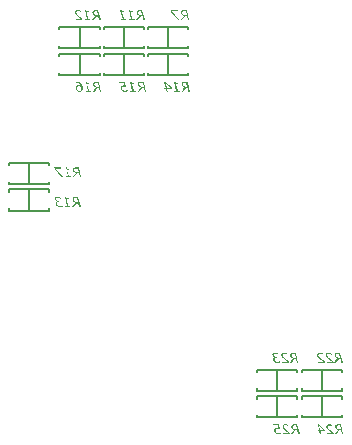
<source format=gbo>
G04*
G04 #@! TF.GenerationSoftware,Altium Limited,Altium Designer,22.9.1 (49)*
G04*
G04 Layer_Color=32896*
%FSLAX44Y44*%
%MOMM*%
G71*
G04*
G04 #@! TF.SameCoordinates,4021D898-2042-4C7D-8B7F-38EBD3721E5A*
G04*
G04*
G04 #@! TF.FilePolarity,Positive*
G04*
G01*
G75*
%ADD13C,0.1500*%
G36*
X799424Y211840D02*
X799670Y211827D01*
X799890Y211801D01*
X800097Y211775D01*
X800266Y211736D01*
X800408Y211710D01*
X800460Y211697D01*
X800499D01*
X800512Y211684D01*
X800525D01*
X800771Y211619D01*
X800991Y211567D01*
X801185Y211503D01*
X801341Y211451D01*
X801470Y211399D01*
X801574Y211360D01*
X801626Y211334D01*
X801652Y211321D01*
X801872Y210194D01*
X801820D01*
X801587Y210324D01*
X801367Y210428D01*
X801146Y210518D01*
X800952Y210596D01*
X800797Y210648D01*
X800667Y210687D01*
X800628Y210713D01*
X800589D01*
X800576Y210725D01*
X800564D01*
X800330Y210790D01*
X800110Y210842D01*
X799916Y210868D01*
X799747Y210894D01*
X799605Y210907D01*
X799501Y210920D01*
X799411D01*
X799190Y210907D01*
X798996Y210881D01*
X798828Y210829D01*
X798685Y210777D01*
X798569Y210725D01*
X798478Y210674D01*
X798426Y210648D01*
X798413Y210635D01*
X798284Y210518D01*
X798180Y210389D01*
X798115Y210246D01*
X798063Y210117D01*
X798037Y209987D01*
X798012Y209897D01*
Y209832D01*
Y209806D01*
Y209676D01*
X798037Y209534D01*
X798102Y209275D01*
X798193Y209029D01*
X798297Y208808D01*
X798400Y208614D01*
X798452Y208536D01*
X798491Y208472D01*
X798530Y208420D01*
X798556Y208381D01*
X798569Y208355D01*
X798581Y208342D01*
X798698Y208200D01*
X798828Y208057D01*
X799126Y207746D01*
X799449Y207435D01*
X799760Y207150D01*
X799916Y207008D01*
X800058Y206891D01*
X800188Y206775D01*
X800304Y206684D01*
X800395Y206606D01*
X800460Y206554D01*
X800512Y206516D01*
X800525Y206502D01*
X800810Y206282D01*
X801056Y206075D01*
X801289Y205907D01*
X801483Y205764D01*
X801639Y205635D01*
X801755Y205557D01*
X801833Y205492D01*
X801846Y205479D01*
X801859D01*
X802079Y205324D01*
X802299Y205155D01*
X802533Y204987D01*
X802740Y204832D01*
X802921Y204702D01*
X803077Y204598D01*
X803128Y204547D01*
X803167Y204521D01*
X803193Y204508D01*
X803206Y204495D01*
X803465Y203316D01*
X797804D01*
X797584Y204249D01*
X802092D01*
X801885Y204404D01*
X801665Y204559D01*
X801431Y204728D01*
X801224Y204870D01*
X801043Y205013D01*
X800887Y205117D01*
X800835Y205168D01*
X800797Y205194D01*
X800771Y205220D01*
X800758D01*
X800460Y205440D01*
X800162Y205660D01*
X799890Y205868D01*
X799657Y206062D01*
X799449Y206217D01*
X799372Y206282D01*
X799294Y206347D01*
X799242Y206386D01*
X799203Y206425D01*
X799177Y206438D01*
X799165Y206451D01*
X798931Y206645D01*
X798711Y206839D01*
X798517Y207021D01*
X798335Y207189D01*
X798167Y207358D01*
X798025Y207513D01*
X797882Y207655D01*
X797765Y207785D01*
X797675Y207902D01*
X797584Y208005D01*
X797506Y208096D01*
X797455Y208174D01*
X797403Y208238D01*
X797377Y208277D01*
X797351Y208303D01*
Y208316D01*
X797182Y208627D01*
X797053Y208925D01*
X796962Y209210D01*
X796898Y209482D01*
X796859Y209702D01*
X796846Y209793D01*
Y209871D01*
X796833Y209935D01*
Y209987D01*
Y210013D01*
Y210026D01*
X796846Y210182D01*
X796859Y210324D01*
X796923Y210596D01*
X797027Y210816D01*
X797144Y211010D01*
X797260Y211166D01*
X797351Y211270D01*
X797429Y211334D01*
X797442Y211360D01*
X797455D01*
X797701Y211529D01*
X797986Y211645D01*
X798271Y211736D01*
X798556Y211788D01*
X798802Y211827D01*
X798905Y211840D01*
X799009D01*
X799087Y211852D01*
X799190D01*
X799424Y211840D01*
D02*
G37*
G36*
X794747Y207409D02*
X794605Y207435D01*
X794462Y207461D01*
X794333Y207474D01*
X794190Y207500D01*
X794073Y207513D01*
X793983Y207526D01*
X793931Y207539D01*
X793905D01*
X793530Y207591D01*
X793361Y207604D01*
X793219D01*
X793089Y207617D01*
X792908D01*
X792636Y207604D01*
X792506Y207591D01*
X792402Y207578D01*
X792312Y207565D01*
X792234Y207552D01*
X792195Y207539D01*
X792182D01*
X791936Y207474D01*
X791833Y207435D01*
X791742Y207409D01*
X791677Y207370D01*
X791625Y207344D01*
X791586Y207332D01*
X791573Y207319D01*
X791405Y207189D01*
X791288Y207060D01*
X791237Y206995D01*
X791211Y206943D01*
X791185Y206917D01*
Y206904D01*
X791133Y206800D01*
X791094Y206697D01*
X791042Y206490D01*
Y206412D01*
X791029Y206334D01*
Y206282D01*
Y206269D01*
X791042Y206088D01*
X791055Y205920D01*
X791133Y205609D01*
X791237Y205337D01*
X791353Y205103D01*
X791470Y204922D01*
X791573Y204793D01*
X791612Y204741D01*
X791651Y204702D01*
X791664Y204689D01*
X791677Y204676D01*
X791807Y204572D01*
X791936Y204482D01*
X792221Y204326D01*
X792493Y204223D01*
X792765Y204158D01*
X793011Y204106D01*
X793115Y204093D01*
X793206D01*
X793270Y204080D01*
X793374D01*
X793607Y204093D01*
X793827Y204119D01*
X794048Y204145D01*
X794229Y204184D01*
X794384Y204223D01*
X794501Y204261D01*
X794579Y204274D01*
X794592Y204287D01*
X794605D01*
X794812Y204378D01*
X794993Y204456D01*
X795162Y204547D01*
X795291Y204611D01*
X795395Y204676D01*
X795473Y204728D01*
X795524Y204767D01*
X795537Y204780D01*
X795615D01*
X795835Y203679D01*
X795680Y203614D01*
X795511Y203536D01*
X795343Y203484D01*
X795188Y203419D01*
X795045Y203381D01*
X794941Y203342D01*
X794864Y203329D01*
X794851Y203316D01*
X794838D01*
X794605Y203264D01*
X794384Y203225D01*
X794164Y203186D01*
X793957Y203173D01*
X793789Y203160D01*
X793659Y203147D01*
X793542D01*
X793219Y203160D01*
X792921Y203186D01*
X792662Y203225D01*
X792441Y203277D01*
X792247Y203329D01*
X792117Y203368D01*
X792066Y203381D01*
X792027Y203394D01*
X792014Y203407D01*
X792001D01*
X791755Y203510D01*
X791535Y203627D01*
X791340Y203756D01*
X791172Y203873D01*
X791029Y203976D01*
X790926Y204054D01*
X790861Y204106D01*
X790835Y204132D01*
X790667Y204313D01*
X790511Y204495D01*
X790395Y204663D01*
X790291Y204832D01*
X790200Y204974D01*
X790148Y205091D01*
X790110Y205168D01*
X790097Y205181D01*
Y205194D01*
X790006Y205427D01*
X789941Y205648D01*
X789902Y205868D01*
X789864Y206062D01*
X789850Y206231D01*
X789838Y206360D01*
Y206412D01*
Y206451D01*
Y206464D01*
Y206477D01*
X789850Y206645D01*
X789864Y206813D01*
X789954Y207098D01*
X790058Y207358D01*
X790187Y207565D01*
X790330Y207733D01*
X790434Y207850D01*
X790524Y207927D01*
X790537Y207953D01*
X790550D01*
X790693Y208057D01*
X790835Y208135D01*
X791159Y208277D01*
X791496Y208381D01*
X791807Y208446D01*
X791962Y208459D01*
X792092Y208484D01*
X792221Y208497D01*
X792325D01*
X792415Y208510D01*
X792688D01*
X792830Y208497D01*
X792895D01*
X792934Y208484D01*
X792972D01*
X793141Y208472D01*
X793283Y208459D01*
X793335Y208446D01*
X793387D01*
X793413Y208433D01*
X793426D01*
X792895Y210751D01*
X788957D01*
X788736Y211684D01*
X793763D01*
X794747Y207409D01*
D02*
G37*
G36*
X811264Y203316D02*
X810150D01*
X809372Y206658D01*
X807779D01*
X805590Y203316D01*
X804268D01*
X806691Y206917D01*
X806315Y207060D01*
X805978Y207215D01*
X805680Y207396D01*
X805434Y207591D01*
X805331Y207668D01*
X805227Y207746D01*
X805149Y207824D01*
X805084Y207889D01*
X805033Y207940D01*
X804994Y207979D01*
X804981Y208005D01*
X804968Y208018D01*
X804851Y208174D01*
X804748Y208329D01*
X804657Y208484D01*
X804579Y208640D01*
X804463Y208938D01*
X804385Y209223D01*
X804359Y209352D01*
X804346Y209482D01*
X804333Y209586D01*
X804320Y209676D01*
X804307Y209741D01*
Y209793D01*
Y209832D01*
Y209845D01*
X804320Y210026D01*
X804333Y210182D01*
X804359Y210324D01*
X804398Y210441D01*
X804437Y210531D01*
X804463Y210609D01*
X804476Y210648D01*
X804489Y210661D01*
X804566Y210777D01*
X804644Y210894D01*
X804722Y210985D01*
X804812Y211062D01*
X804877Y211127D01*
X804942Y211179D01*
X804981Y211205D01*
X804994Y211218D01*
X805123Y211308D01*
X805266Y211386D01*
X805408Y211451D01*
X805538Y211503D01*
X805654Y211529D01*
X805745Y211555D01*
X805797Y211581D01*
X805823D01*
X806017Y211619D01*
X806224Y211645D01*
X806432Y211658D01*
X806626Y211671D01*
X806794Y211684D01*
X809346D01*
X811264Y203316D01*
D02*
G37*
G36*
X836522Y211755D02*
X836768Y211742D01*
X836988Y211716D01*
X837196Y211691D01*
X837364Y211652D01*
X837506Y211626D01*
X837558Y211613D01*
X837597D01*
X837610Y211600D01*
X837623D01*
X837869Y211535D01*
X838089Y211483D01*
X838284Y211419D01*
X838439Y211367D01*
X838569Y211315D01*
X838672Y211276D01*
X838724Y211250D01*
X838750Y211237D01*
X838970Y210110D01*
X838919D01*
X838685Y210240D01*
X838465Y210343D01*
X838245Y210434D01*
X838051Y210512D01*
X837895Y210564D01*
X837766Y210602D01*
X837727Y210628D01*
X837688D01*
X837675Y210641D01*
X837662D01*
X837429Y210706D01*
X837208Y210758D01*
X837014Y210784D01*
X836846Y210810D01*
X836703Y210823D01*
X836600Y210836D01*
X836509D01*
X836289Y210823D01*
X836095Y210797D01*
X835926Y210745D01*
X835784Y210693D01*
X835667Y210641D01*
X835576Y210590D01*
X835525Y210564D01*
X835512Y210551D01*
X835382Y210434D01*
X835278Y210305D01*
X835214Y210162D01*
X835162Y210033D01*
X835136Y209903D01*
X835110Y209812D01*
Y209748D01*
Y209722D01*
Y209592D01*
X835136Y209450D01*
X835201Y209191D01*
X835291Y208944D01*
X835395Y208724D01*
X835499Y208530D01*
X835550Y208452D01*
X835589Y208387D01*
X835628Y208335D01*
X835654Y208297D01*
X835667Y208271D01*
X835680Y208258D01*
X835797Y208115D01*
X835926Y207973D01*
X836224Y207662D01*
X836548Y207351D01*
X836859Y207066D01*
X837014Y206924D01*
X837157Y206807D01*
X837286Y206690D01*
X837403Y206600D01*
X837494Y206522D01*
X837558Y206470D01*
X837610Y206431D01*
X837623Y206418D01*
X837908Y206198D01*
X838154Y205991D01*
X838387Y205822D01*
X838582Y205680D01*
X838737Y205550D01*
X838854Y205473D01*
X838931Y205408D01*
X838944Y205395D01*
X838957D01*
X839177Y205240D01*
X839398Y205071D01*
X839631Y204903D01*
X839838Y204747D01*
X840020Y204618D01*
X840175Y204514D01*
X840227Y204462D01*
X840266Y204436D01*
X840292Y204423D01*
X840304Y204410D01*
X840564Y203232D01*
X834903D01*
X834682Y204164D01*
X839191D01*
X838983Y204320D01*
X838763Y204475D01*
X838530Y204644D01*
X838323Y204786D01*
X838141Y204929D01*
X837986Y205032D01*
X837934Y205084D01*
X837895Y205110D01*
X837869Y205136D01*
X837856D01*
X837558Y205356D01*
X837260Y205576D01*
X836988Y205784D01*
X836755Y205978D01*
X836548Y206133D01*
X836470Y206198D01*
X836392Y206263D01*
X836341Y206302D01*
X836302Y206341D01*
X836276Y206354D01*
X836263Y206367D01*
X836030Y206561D01*
X835809Y206755D01*
X835615Y206936D01*
X835434Y207105D01*
X835265Y207273D01*
X835123Y207429D01*
X834980Y207571D01*
X834864Y207701D01*
X834773Y207817D01*
X834682Y207921D01*
X834605Y208012D01*
X834553Y208089D01*
X834501Y208154D01*
X834475Y208193D01*
X834449Y208219D01*
Y208232D01*
X834281Y208543D01*
X834151Y208841D01*
X834061Y209126D01*
X833996Y209398D01*
X833957Y209618D01*
X833944Y209709D01*
Y209786D01*
X833931Y209851D01*
Y209903D01*
Y209929D01*
Y209942D01*
X833944Y210097D01*
X833957Y210240D01*
X834022Y210512D01*
X834126Y210732D01*
X834242Y210926D01*
X834359Y211082D01*
X834449Y211185D01*
X834527Y211250D01*
X834540Y211276D01*
X834553D01*
X834799Y211444D01*
X835084Y211561D01*
X835369Y211652D01*
X835654Y211704D01*
X835900Y211742D01*
X836004Y211755D01*
X836107D01*
X836185Y211768D01*
X836289D01*
X836522Y211755D01*
D02*
G37*
G36*
X848362Y203232D02*
X847248D01*
X846471Y206574D01*
X844877D01*
X842688Y203232D01*
X841367D01*
X843789Y206833D01*
X843413Y206975D01*
X843077Y207131D01*
X842779Y207312D01*
X842533Y207507D01*
X842429Y207584D01*
X842325Y207662D01*
X842248Y207740D01*
X842183Y207804D01*
X842131Y207856D01*
X842092Y207895D01*
X842079Y207921D01*
X842066Y207934D01*
X841950Y208089D01*
X841846Y208245D01*
X841755Y208400D01*
X841678Y208556D01*
X841561Y208854D01*
X841483Y209139D01*
X841457Y209268D01*
X841444Y209398D01*
X841432Y209501D01*
X841419Y209592D01*
X841406Y209657D01*
Y209709D01*
Y209748D01*
Y209760D01*
X841419Y209942D01*
X841432Y210097D01*
X841457Y210240D01*
X841496Y210356D01*
X841535Y210447D01*
X841561Y210525D01*
X841574Y210564D01*
X841587Y210577D01*
X841665Y210693D01*
X841742Y210810D01*
X841820Y210900D01*
X841911Y210978D01*
X841976Y211043D01*
X842040Y211095D01*
X842079Y211121D01*
X842092Y211134D01*
X842222Y211224D01*
X842364Y211302D01*
X842507Y211367D01*
X842636Y211419D01*
X842753Y211444D01*
X842843Y211470D01*
X842895Y211496D01*
X842921D01*
X843116Y211535D01*
X843323Y211561D01*
X843530Y211574D01*
X843724Y211587D01*
X843893Y211600D01*
X846445D01*
X848362Y203232D01*
D02*
G37*
G36*
X832882Y206872D02*
X833167Y205602D01*
X829177D01*
X829721Y203232D01*
X828633D01*
X828089Y205602D01*
X826845D01*
X826638Y206457D01*
X827895D01*
X826703Y211600D01*
X827739D01*
X832882Y206872D01*
D02*
G37*
G36*
X798420Y272406D02*
X798666Y272393D01*
X798886Y272367D01*
X799094Y272341D01*
X799262Y272302D01*
X799405Y272276D01*
X799456Y272263D01*
X799495D01*
X799508Y272250D01*
X799521D01*
X799767Y272185D01*
X799987Y272134D01*
X800182Y272069D01*
X800337Y272017D01*
X800467Y271965D01*
X800570Y271926D01*
X800622Y271901D01*
X800648Y271888D01*
X800868Y270761D01*
X800816D01*
X800583Y270890D01*
X800363Y270994D01*
X800143Y271084D01*
X799949Y271162D01*
X799793Y271214D01*
X799664Y271253D01*
X799625Y271279D01*
X799586D01*
X799573Y271292D01*
X799560D01*
X799327Y271357D01*
X799107Y271408D01*
X798912Y271434D01*
X798744Y271460D01*
X798601Y271473D01*
X798498Y271486D01*
X798407D01*
X798187Y271473D01*
X797993Y271447D01*
X797824Y271395D01*
X797682Y271343D01*
X797565Y271292D01*
X797474Y271240D01*
X797423Y271214D01*
X797410Y271201D01*
X797280Y271084D01*
X797177Y270955D01*
X797112Y270812D01*
X797060Y270683D01*
X797034Y270553D01*
X797008Y270463D01*
Y270398D01*
Y270372D01*
Y270242D01*
X797034Y270100D01*
X797099Y269841D01*
X797189Y269595D01*
X797293Y269375D01*
X797397Y269180D01*
X797449Y269102D01*
X797487Y269038D01*
X797526Y268986D01*
X797552Y268947D01*
X797565Y268921D01*
X797578Y268908D01*
X797695Y268766D01*
X797824Y268623D01*
X798122Y268312D01*
X798446Y268001D01*
X798757Y267716D01*
X798912Y267574D01*
X799055Y267457D01*
X799184Y267341D01*
X799301Y267250D01*
X799392Y267172D01*
X799456Y267120D01*
X799508Y267082D01*
X799521Y267069D01*
X799806Y266849D01*
X800052Y266641D01*
X800285Y266473D01*
X800480Y266330D01*
X800635Y266201D01*
X800752Y266123D01*
X800829Y266058D01*
X800842Y266045D01*
X800855D01*
X801076Y265890D01*
X801296Y265721D01*
X801529Y265553D01*
X801736Y265398D01*
X801918Y265268D01*
X802073Y265164D01*
X802125Y265113D01*
X802164Y265087D01*
X802190Y265074D01*
X802203Y265061D01*
X802462Y263882D01*
X796801D01*
X796581Y264815D01*
X801089D01*
X800881Y264970D01*
X800661Y265126D01*
X800428Y265294D01*
X800221Y265436D01*
X800039Y265579D01*
X799884Y265683D01*
X799832Y265734D01*
X799793Y265760D01*
X799767Y265786D01*
X799754D01*
X799456Y266007D01*
X799158Y266227D01*
X798886Y266434D01*
X798653Y266628D01*
X798446Y266784D01*
X798368Y266849D01*
X798290Y266913D01*
X798239Y266952D01*
X798200Y266991D01*
X798174Y267004D01*
X798161Y267017D01*
X797928Y267211D01*
X797708Y267405D01*
X797513Y267587D01*
X797332Y267755D01*
X797163Y267924D01*
X797021Y268079D01*
X796879Y268222D01*
X796762Y268351D01*
X796671Y268468D01*
X796581Y268571D01*
X796503Y268662D01*
X796451Y268740D01*
X796399Y268804D01*
X796373Y268843D01*
X796347Y268869D01*
Y268882D01*
X796179Y269193D01*
X796049Y269491D01*
X795959Y269776D01*
X795894Y270048D01*
X795855Y270268D01*
X795842Y270359D01*
Y270437D01*
X795829Y270501D01*
Y270553D01*
Y270579D01*
Y270592D01*
X795842Y270748D01*
X795855Y270890D01*
X795920Y271162D01*
X796024Y271382D01*
X796140Y271577D01*
X796257Y271732D01*
X796347Y271836D01*
X796425Y271901D01*
X796438Y271926D01*
X796451D01*
X796697Y272095D01*
X796982Y272211D01*
X797267Y272302D01*
X797552Y272354D01*
X797798Y272393D01*
X797902Y272406D01*
X798006D01*
X798083Y272419D01*
X798187D01*
X798420Y272406D01*
D02*
G37*
G36*
X790907D02*
X791140Y272393D01*
X791360Y272367D01*
X791567Y272341D01*
X791736Y272302D01*
X791878Y272276D01*
X791930Y272263D01*
X791969D01*
X791982Y272250D01*
X791995D01*
X792241Y272185D01*
X792461Y272121D01*
X792655Y272056D01*
X792824Y272004D01*
X792953Y271952D01*
X793057Y271926D01*
X793109Y271901D01*
X793135Y271888D01*
X793368Y270761D01*
X793316D01*
X793122Y270864D01*
X792915Y270968D01*
X792720Y271046D01*
X792539Y271123D01*
X792383Y271188D01*
X792267Y271227D01*
X792215Y271240D01*
X792176Y271253D01*
X792163Y271266D01*
X792150D01*
X791904Y271343D01*
X791671Y271395D01*
X791451Y271434D01*
X791269Y271460D01*
X791114Y271473D01*
X790997Y271486D01*
X790894D01*
X790648Y271473D01*
X790427Y271447D01*
X790246Y271395D01*
X790091Y271357D01*
X789974Y271305D01*
X789883Y271253D01*
X789831Y271227D01*
X789819Y271214D01*
X789702Y271110D01*
X789611Y270994D01*
X789547Y270864D01*
X789495Y270748D01*
X789469Y270644D01*
X789456Y270553D01*
Y270501D01*
Y270476D01*
Y270346D01*
X789482Y270217D01*
X789547Y269983D01*
X789650Y269776D01*
X789754Y269608D01*
X789870Y269478D01*
X789974Y269375D01*
X790039Y269323D01*
X790052Y269297D01*
X790065D01*
X790311Y269154D01*
X790570Y269051D01*
X790829Y268973D01*
X791075Y268921D01*
X791282Y268895D01*
X791386Y268882D01*
X791464D01*
X791528Y268869D01*
X792163D01*
X792371Y267976D01*
X791839D01*
X791528Y267962D01*
X791269Y267924D01*
X791049Y267885D01*
X790868Y267833D01*
X790738Y267768D01*
X790635Y267729D01*
X790570Y267691D01*
X790557Y267677D01*
X790415Y267561D01*
X790311Y267418D01*
X790246Y267276D01*
X790194Y267134D01*
X790168Y267004D01*
X790142Y266900D01*
Y266823D01*
Y266810D01*
Y266797D01*
X790155Y266615D01*
X790168Y266460D01*
X790246Y266149D01*
X790350Y265890D01*
X790466Y265657D01*
X790583Y265475D01*
X790686Y265346D01*
X790725Y265307D01*
X790764Y265268D01*
X790777Y265255D01*
X790790Y265242D01*
X790920Y265138D01*
X791049Y265048D01*
X791321Y264892D01*
X791606Y264789D01*
X791865Y264724D01*
X792098Y264672D01*
X792202Y264659D01*
X792293D01*
X792358Y264646D01*
X792461D01*
X792694Y264659D01*
X792927Y264685D01*
X793135Y264711D01*
X793329Y264750D01*
X793485Y264789D01*
X793601Y264828D01*
X793679Y264841D01*
X793692Y264853D01*
X793705D01*
X793912Y264944D01*
X794106Y265022D01*
X794262Y265113D01*
X794404Y265190D01*
X794521Y265268D01*
X794612Y265320D01*
X794663Y265359D01*
X794676Y265372D01*
X794754D01*
X795013Y264284D01*
X794845Y264206D01*
X794663Y264128D01*
X794495Y264050D01*
X794327Y263999D01*
X794171Y263947D01*
X794054Y263908D01*
X793977Y263895D01*
X793964Y263882D01*
X793951D01*
X793705Y263830D01*
X793472Y263791D01*
X793251Y263752D01*
X793044Y263739D01*
X792876Y263727D01*
X792746Y263714D01*
X792630D01*
X792319Y263727D01*
X792034Y263752D01*
X791788Y263791D01*
X791567Y263830D01*
X791386Y263869D01*
X791256Y263908D01*
X791205Y263921D01*
X791166Y263934D01*
X791153Y263947D01*
X791140D01*
X790907Y264037D01*
X790686Y264154D01*
X790492Y264258D01*
X790324Y264374D01*
X790181Y264465D01*
X790078Y264543D01*
X790013Y264607D01*
X789987Y264620D01*
X789819Y264776D01*
X789676Y264944D01*
X789547Y265100D01*
X789443Y265255D01*
X789365Y265385D01*
X789313Y265501D01*
X789275Y265566D01*
X789262Y265592D01*
X789171Y265812D01*
X789106Y266019D01*
X789054Y266214D01*
X789028Y266395D01*
X789003Y266551D01*
X788989Y266667D01*
Y266745D01*
Y266758D01*
Y266771D01*
Y266913D01*
X789015Y267043D01*
X789041Y267159D01*
X789067Y267263D01*
X789093Y267341D01*
X789119Y267405D01*
X789132Y267444D01*
X789145Y267457D01*
X789262Y267665D01*
X789313Y267742D01*
X789378Y267820D01*
X789417Y267872D01*
X789456Y267911D01*
X789482Y267937D01*
X789495Y267950D01*
X789650Y268079D01*
X789806Y268170D01*
X789870Y268196D01*
X789922Y268222D01*
X789961Y268248D01*
X789974D01*
X790155Y268325D01*
X790311Y268377D01*
X790376Y268403D01*
X790415D01*
X790440Y268416D01*
X790453D01*
Y268481D01*
X790117Y268558D01*
X789819Y268675D01*
X789547Y268804D01*
X789326Y268947D01*
X789145Y269077D01*
X789015Y269180D01*
X788964Y269219D01*
X788925Y269258D01*
X788912Y269271D01*
X788899Y269284D01*
X788795Y269413D01*
X788692Y269530D01*
X788536Y269789D01*
X788432Y270035D01*
X788355Y270268D01*
X788303Y270463D01*
X788290Y270553D01*
Y270618D01*
X788277Y270683D01*
Y270722D01*
Y270748D01*
Y270761D01*
X788290Y270903D01*
X788303Y271033D01*
X788381Y271266D01*
X788484Y271473D01*
X788601Y271654D01*
X788717Y271784D01*
X788821Y271888D01*
X788899Y271939D01*
X788912Y271965D01*
X788925D01*
X789184Y272121D01*
X789469Y272224D01*
X789754Y272302D01*
X790039Y272367D01*
X790285Y272393D01*
X790402Y272406D01*
X790492D01*
X790570Y272419D01*
X790674D01*
X790907Y272406D01*
D02*
G37*
G36*
X810260Y263882D02*
X809146D01*
X808369Y267224D01*
X806775D01*
X804586Y263882D01*
X803265D01*
X805687Y267483D01*
X805312Y267626D01*
X804975Y267781D01*
X804677Y267962D01*
X804431Y268157D01*
X804327Y268235D01*
X804223Y268312D01*
X804146Y268390D01*
X804081Y268455D01*
X804029Y268507D01*
X803990Y268545D01*
X803977Y268571D01*
X803964Y268584D01*
X803848Y268740D01*
X803744Y268895D01*
X803653Y269051D01*
X803576Y269206D01*
X803459Y269504D01*
X803381Y269789D01*
X803355Y269919D01*
X803343Y270048D01*
X803330Y270152D01*
X803317Y270242D01*
X803304Y270307D01*
Y270359D01*
Y270398D01*
Y270411D01*
X803317Y270592D01*
X803330Y270748D01*
X803355Y270890D01*
X803394Y271007D01*
X803433Y271097D01*
X803459Y271175D01*
X803472Y271214D01*
X803485Y271227D01*
X803563Y271343D01*
X803641Y271460D01*
X803718Y271551D01*
X803809Y271628D01*
X803874Y271693D01*
X803938Y271745D01*
X803977Y271771D01*
X803990Y271784D01*
X804120Y271875D01*
X804262Y271952D01*
X804405Y272017D01*
X804534Y272069D01*
X804651Y272095D01*
X804742Y272121D01*
X804793Y272147D01*
X804819D01*
X805014Y272185D01*
X805221Y272211D01*
X805428Y272224D01*
X805622Y272237D01*
X805791Y272250D01*
X808343D01*
X810260Y263882D01*
D02*
G37*
G36*
X836012Y272406D02*
X836258Y272393D01*
X836478Y272367D01*
X836686Y272341D01*
X836854Y272302D01*
X836997Y272276D01*
X837048Y272263D01*
X837087D01*
X837100Y272250D01*
X837113D01*
X837359Y272185D01*
X837579Y272134D01*
X837774Y272069D01*
X837929Y272017D01*
X838059Y271965D01*
X838162Y271926D01*
X838214Y271901D01*
X838240Y271888D01*
X838460Y270761D01*
X838409D01*
X838175Y270890D01*
X837955Y270994D01*
X837735Y271084D01*
X837541Y271162D01*
X837385Y271214D01*
X837256Y271253D01*
X837217Y271279D01*
X837178D01*
X837165Y271292D01*
X837152D01*
X836919Y271357D01*
X836699Y271408D01*
X836504Y271434D01*
X836336Y271460D01*
X836193Y271473D01*
X836090Y271486D01*
X835999D01*
X835779Y271473D01*
X835585Y271447D01*
X835416Y271395D01*
X835274Y271343D01*
X835157Y271292D01*
X835066Y271240D01*
X835015Y271214D01*
X835002Y271201D01*
X834872Y271084D01*
X834769Y270955D01*
X834704Y270812D01*
X834652Y270683D01*
X834626Y270553D01*
X834600Y270463D01*
Y270398D01*
Y270372D01*
Y270242D01*
X834626Y270100D01*
X834691Y269841D01*
X834781Y269595D01*
X834885Y269375D01*
X834989Y269180D01*
X835041Y269102D01*
X835079Y269038D01*
X835118Y268986D01*
X835144Y268947D01*
X835157Y268921D01*
X835170Y268908D01*
X835287Y268766D01*
X835416Y268623D01*
X835714Y268312D01*
X836038Y268001D01*
X836349Y267716D01*
X836504Y267574D01*
X836647Y267457D01*
X836776Y267341D01*
X836893Y267250D01*
X836984Y267172D01*
X837048Y267120D01*
X837100Y267082D01*
X837113Y267069D01*
X837398Y266849D01*
X837644Y266641D01*
X837877Y266473D01*
X838072Y266330D01*
X838227Y266201D01*
X838344Y266123D01*
X838421Y266058D01*
X838434Y266045D01*
X838447D01*
X838668Y265890D01*
X838888Y265721D01*
X839121Y265553D01*
X839328Y265398D01*
X839510Y265268D01*
X839665Y265164D01*
X839717Y265113D01*
X839756Y265087D01*
X839782Y265074D01*
X839795Y265061D01*
X840054Y263882D01*
X834393D01*
X834173Y264815D01*
X838681D01*
X838473Y264970D01*
X838253Y265126D01*
X838020Y265294D01*
X837813Y265436D01*
X837631Y265579D01*
X837476Y265683D01*
X837424Y265734D01*
X837385Y265760D01*
X837359Y265786D01*
X837346D01*
X837048Y266007D01*
X836750Y266227D01*
X836478Y266434D01*
X836245Y266628D01*
X836038Y266784D01*
X835960Y266849D01*
X835882Y266913D01*
X835831Y266952D01*
X835792Y266991D01*
X835766Y267004D01*
X835753Y267017D01*
X835520Y267211D01*
X835300Y267405D01*
X835105Y267587D01*
X834924Y267755D01*
X834755Y267924D01*
X834613Y268079D01*
X834471Y268222D01*
X834354Y268351D01*
X834263Y268468D01*
X834173Y268571D01*
X834095Y268662D01*
X834043Y268740D01*
X833991Y268804D01*
X833965Y268843D01*
X833939Y268869D01*
Y268882D01*
X833771Y269193D01*
X833642Y269491D01*
X833551Y269776D01*
X833486Y270048D01*
X833447Y270268D01*
X833434Y270359D01*
Y270437D01*
X833421Y270501D01*
Y270553D01*
Y270579D01*
Y270592D01*
X833434Y270748D01*
X833447Y270890D01*
X833512Y271162D01*
X833616Y271382D01*
X833732Y271577D01*
X833849Y271732D01*
X833939Y271836D01*
X834017Y271901D01*
X834030Y271926D01*
X834043D01*
X834289Y272095D01*
X834574Y272211D01*
X834859Y272302D01*
X835144Y272354D01*
X835390Y272393D01*
X835494Y272406D01*
X835598D01*
X835675Y272419D01*
X835779D01*
X836012Y272406D01*
D02*
G37*
G36*
X828693D02*
X828939Y272393D01*
X829159Y272367D01*
X829367Y272341D01*
X829535Y272302D01*
X829678Y272276D01*
X829729Y272263D01*
X829768D01*
X829781Y272250D01*
X829794D01*
X830040Y272185D01*
X830260Y272134D01*
X830455Y272069D01*
X830610Y272017D01*
X830740Y271965D01*
X830843Y271926D01*
X830895Y271901D01*
X830921Y271888D01*
X831141Y270761D01*
X831089D01*
X830856Y270890D01*
X830636Y270994D01*
X830416Y271084D01*
X830222Y271162D01*
X830066Y271214D01*
X829937Y271253D01*
X829898Y271279D01*
X829859D01*
X829846Y271292D01*
X829833D01*
X829600Y271357D01*
X829380Y271408D01*
X829185Y271434D01*
X829017Y271460D01*
X828874Y271473D01*
X828771Y271486D01*
X828680D01*
X828460Y271473D01*
X828266Y271447D01*
X828097Y271395D01*
X827955Y271343D01*
X827838Y271292D01*
X827747Y271240D01*
X827696Y271214D01*
X827683Y271201D01*
X827553Y271084D01*
X827449Y270955D01*
X827385Y270812D01*
X827333Y270683D01*
X827307Y270553D01*
X827281Y270463D01*
Y270398D01*
Y270372D01*
Y270242D01*
X827307Y270100D01*
X827372Y269841D01*
X827462Y269595D01*
X827566Y269375D01*
X827670Y269180D01*
X827721Y269102D01*
X827760Y269038D01*
X827799Y268986D01*
X827825Y268947D01*
X827838Y268921D01*
X827851Y268908D01*
X827968Y268766D01*
X828097Y268623D01*
X828395Y268312D01*
X828719Y268001D01*
X829030Y267716D01*
X829185Y267574D01*
X829328Y267457D01*
X829457Y267341D01*
X829574Y267250D01*
X829665Y267172D01*
X829729Y267120D01*
X829781Y267082D01*
X829794Y267069D01*
X830079Y266849D01*
X830325Y266641D01*
X830558Y266473D01*
X830753Y266330D01*
X830908Y266201D01*
X831025Y266123D01*
X831103Y266058D01*
X831115Y266045D01*
X831128D01*
X831349Y265890D01*
X831569Y265721D01*
X831802Y265553D01*
X832009Y265398D01*
X832191Y265268D01*
X832346Y265164D01*
X832398Y265113D01*
X832437Y265087D01*
X832463Y265074D01*
X832476Y265061D01*
X832735Y263882D01*
X827074D01*
X826854Y264815D01*
X831362D01*
X831154Y264970D01*
X830934Y265126D01*
X830701Y265294D01*
X830494Y265436D01*
X830312Y265579D01*
X830157Y265683D01*
X830105Y265734D01*
X830066Y265760D01*
X830040Y265786D01*
X830027D01*
X829729Y266007D01*
X829431Y266227D01*
X829159Y266434D01*
X828926Y266628D01*
X828719Y266784D01*
X828641Y266849D01*
X828564Y266913D01*
X828512Y266952D01*
X828473Y266991D01*
X828447Y267004D01*
X828434Y267017D01*
X828201Y267211D01*
X827981Y267405D01*
X827786Y267587D01*
X827605Y267755D01*
X827437Y267924D01*
X827294Y268079D01*
X827151Y268222D01*
X827035Y268351D01*
X826944Y268468D01*
X826854Y268571D01*
X826776Y268662D01*
X826724Y268740D01*
X826672Y268804D01*
X826646Y268843D01*
X826620Y268869D01*
Y268882D01*
X826452Y269193D01*
X826322Y269491D01*
X826232Y269776D01*
X826167Y270048D01*
X826128Y270268D01*
X826115Y270359D01*
Y270437D01*
X826102Y270501D01*
Y270553D01*
Y270579D01*
Y270592D01*
X826115Y270748D01*
X826128Y270890D01*
X826193Y271162D01*
X826296Y271382D01*
X826413Y271577D01*
X826530Y271732D01*
X826620Y271836D01*
X826698Y271901D01*
X826711Y271926D01*
X826724D01*
X826970Y272095D01*
X827255Y272211D01*
X827540Y272302D01*
X827825Y272354D01*
X828071Y272393D01*
X828175Y272406D01*
X828279D01*
X828356Y272419D01*
X828460D01*
X828693Y272406D01*
D02*
G37*
G36*
X847852Y263882D02*
X846738D01*
X845961Y267224D01*
X844367D01*
X842178Y263882D01*
X840857D01*
X843279Y267483D01*
X842904Y267626D01*
X842567Y267781D01*
X842269Y267962D01*
X842023Y268157D01*
X841919Y268235D01*
X841815Y268312D01*
X841738Y268390D01*
X841673Y268455D01*
X841621Y268507D01*
X841582Y268545D01*
X841569Y268571D01*
X841556Y268584D01*
X841440Y268740D01*
X841336Y268895D01*
X841245Y269051D01*
X841168Y269206D01*
X841051Y269504D01*
X840973Y269789D01*
X840947Y269919D01*
X840935Y270048D01*
X840922Y270152D01*
X840909Y270242D01*
X840896Y270307D01*
Y270359D01*
Y270398D01*
Y270411D01*
X840909Y270592D01*
X840922Y270748D01*
X840947Y270890D01*
X840986Y271007D01*
X841025Y271097D01*
X841051Y271175D01*
X841064Y271214D01*
X841077Y271227D01*
X841155Y271343D01*
X841233Y271460D01*
X841310Y271551D01*
X841401Y271628D01*
X841466Y271693D01*
X841530Y271745D01*
X841569Y271771D01*
X841582Y271784D01*
X841712Y271875D01*
X841854Y271952D01*
X841997Y272017D01*
X842126Y272069D01*
X842243Y272095D01*
X842334Y272121D01*
X842385Y272147D01*
X842411D01*
X842606Y272185D01*
X842813Y272211D01*
X843020Y272224D01*
X843214Y272237D01*
X843383Y272250D01*
X845935D01*
X847852Y263882D01*
D02*
G37*
G36*
X626354Y420796D02*
X625240D01*
X624463Y424138D01*
X622869D01*
X620680Y420796D01*
X619359D01*
X621781Y424398D01*
X621406Y424540D01*
X621069Y424696D01*
X620771Y424877D01*
X620525Y425071D01*
X620421Y425149D01*
X620318Y425227D01*
X620240Y425304D01*
X620175Y425369D01*
X620123Y425421D01*
X620084Y425460D01*
X620071Y425486D01*
X620059Y425499D01*
X619942Y425654D01*
X619838Y425810D01*
X619748Y425965D01*
X619670Y426120D01*
X619553Y426418D01*
X619476Y426703D01*
X619450Y426833D01*
X619437Y426963D01*
X619424Y427066D01*
X619411Y427157D01*
X619398Y427222D01*
Y427273D01*
Y427312D01*
Y427325D01*
X619411Y427507D01*
X619424Y427662D01*
X619450Y427804D01*
X619489Y427921D01*
X619527Y428012D01*
X619553Y428089D01*
X619566Y428128D01*
X619579Y428141D01*
X619657Y428258D01*
X619735Y428374D01*
X619812Y428465D01*
X619903Y428543D01*
X619968Y428608D01*
X620033Y428660D01*
X620071Y428685D01*
X620084Y428698D01*
X620214Y428789D01*
X620356Y428867D01*
X620499Y428932D01*
X620629Y428983D01*
X620745Y429009D01*
X620836Y429035D01*
X620888Y429061D01*
X620914D01*
X621108Y429100D01*
X621315Y429126D01*
X621522Y429139D01*
X621717Y429152D01*
X621885Y429165D01*
X624437D01*
X626354Y420796D01*
D02*
G37*
G36*
X614074Y428983D02*
X614190Y428789D01*
X614307Y428634D01*
X614423Y428517D01*
X614540Y428413D01*
X614631Y428349D01*
X614696Y428310D01*
X614721Y428297D01*
X614942Y428206D01*
X615188Y428141D01*
X615434Y428102D01*
X615680Y428077D01*
X615900Y428051D01*
X615991D01*
X616082Y428038D01*
X616237D01*
X616393Y427312D01*
X614644D01*
X615965Y421613D01*
X617701D01*
X617882Y420796D01*
X613335D01*
X613141Y421613D01*
X614877D01*
X613115Y429204D01*
X613996D01*
X614074Y428983D01*
D02*
G37*
G36*
X609644Y428232D02*
X604864D01*
X610589Y420796D01*
X609320D01*
X603944Y427921D01*
X603646Y429165D01*
X609436D01*
X609644Y428232D01*
D02*
G37*
G36*
X623024Y501827D02*
X623426Y501775D01*
X623801Y501697D01*
X623970Y501658D01*
X624125Y501619D01*
X624268Y501568D01*
X624384Y501529D01*
X624501Y501490D01*
X624592Y501451D01*
X624656Y501412D01*
X624721Y501399D01*
X624747Y501373D01*
X624760D01*
X625110Y501192D01*
X625421Y500985D01*
X625693Y500777D01*
X625939Y500570D01*
X626120Y500389D01*
X626198Y500311D01*
X626263Y500246D01*
X626315Y500194D01*
X626353Y500156D01*
X626366Y500130D01*
X626379Y500117D01*
X626612Y499806D01*
X626820Y499482D01*
X626988Y499171D01*
X627131Y498873D01*
X627195Y498744D01*
X627247Y498627D01*
X627286Y498523D01*
X627325Y498433D01*
X627351Y498355D01*
X627377Y498303D01*
X627390Y498264D01*
Y498251D01*
X627506Y497850D01*
X627584Y497461D01*
X627649Y497072D01*
X627688Y496723D01*
X627701Y496567D01*
X627714Y496425D01*
Y496295D01*
X627727Y496192D01*
Y496101D01*
Y496036D01*
Y495997D01*
Y495984D01*
X627714Y495738D01*
X627701Y495518D01*
X627662Y495298D01*
X627623Y495103D01*
X627571Y494909D01*
X627519Y494741D01*
X627454Y494585D01*
X627390Y494443D01*
X627325Y494326D01*
X627260Y494210D01*
X627208Y494119D01*
X627156Y494041D01*
X627118Y493977D01*
X627079Y493938D01*
X627066Y493912D01*
X627053Y493899D01*
X626923Y493769D01*
X626781Y493653D01*
X626625Y493549D01*
X626470Y493471D01*
X626315Y493394D01*
X626146Y493329D01*
X625835Y493238D01*
X625693Y493212D01*
X625563Y493186D01*
X625447Y493173D01*
X625343Y493160D01*
X625252Y493148D01*
X625136D01*
X624877Y493160D01*
X624618Y493186D01*
X624384Y493238D01*
X624151Y493303D01*
X623944Y493368D01*
X623750Y493458D01*
X623568Y493549D01*
X623400Y493640D01*
X623244Y493730D01*
X623115Y493808D01*
X623011Y493899D01*
X622908Y493964D01*
X622843Y494028D01*
X622778Y494080D01*
X622752Y494106D01*
X622739Y494119D01*
X622571Y494300D01*
X622428Y494495D01*
X622299Y494702D01*
X622182Y494896D01*
X622091Y495091D01*
X622014Y495285D01*
X621949Y495479D01*
X621897Y495661D01*
X621858Y495829D01*
X621832Y495984D01*
X621806Y496114D01*
X621794Y496231D01*
X621781Y496334D01*
Y496399D01*
Y496451D01*
Y496464D01*
X621794Y496658D01*
X621806Y496839D01*
X621832Y497008D01*
X621871Y497150D01*
X621910Y497267D01*
X621936Y497345D01*
X621949Y497409D01*
X621962Y497422D01*
X622027Y497578D01*
X622117Y497707D01*
X622208Y497837D01*
X622286Y497940D01*
X622364Y498031D01*
X622428Y498096D01*
X622480Y498135D01*
X622493Y498148D01*
X622623Y498251D01*
X622752Y498329D01*
X622882Y498407D01*
X622998Y498459D01*
X623102Y498510D01*
X623180Y498536D01*
X623231Y498562D01*
X623257D01*
X623581Y498640D01*
X623750Y498666D01*
X623892Y498679D01*
X624022Y498692D01*
X624203D01*
X624410Y498679D01*
X624604Y498666D01*
X624786Y498640D01*
X624954Y498614D01*
X625097Y498575D01*
X625213Y498549D01*
X625278Y498536D01*
X625291Y498523D01*
X625304D01*
X625511Y498459D01*
X625706Y498394D01*
X625874Y498316D01*
X626042Y498251D01*
X626172Y498187D01*
X626263Y498148D01*
X626327Y498109D01*
X626353Y498096D01*
X626289Y498329D01*
X626211Y498549D01*
X626120Y498756D01*
X626017Y498938D01*
X625913Y499119D01*
X625809Y499288D01*
X625706Y499443D01*
X625602Y499586D01*
X625498Y499715D01*
X625408Y499819D01*
X625317Y499909D01*
X625252Y499987D01*
X625187Y500052D01*
X625136Y500091D01*
X625110Y500117D01*
X625097Y500130D01*
X624915Y500272D01*
X624734Y500389D01*
X624553Y500492D01*
X624358Y500583D01*
X624177Y500661D01*
X623996Y500726D01*
X623672Y500816D01*
X623516Y500855D01*
X623374Y500881D01*
X623257Y500894D01*
X623154Y500907D01*
X623063Y500920D01*
X622946D01*
X622700Y500907D01*
X622597Y500894D01*
X622493Y500881D01*
X622415Y500868D01*
X622351Y500855D01*
X622312Y500842D01*
X622299D01*
X622195Y500816D01*
X622104Y500803D01*
X622027Y500777D01*
X621962Y500764D01*
X621910Y500751D01*
X621884Y500738D01*
X621858Y500726D01*
X621806D01*
X621599Y501723D01*
X621729Y501749D01*
X621858Y501775D01*
X621923Y501788D01*
X621962Y501801D01*
X622001D01*
X622195Y501827D01*
X622377Y501852D01*
X622584D01*
X623024Y501827D01*
D02*
G37*
G36*
X643401Y493316D02*
X642287D01*
X641509Y496658D01*
X639916D01*
X637727Y493316D01*
X636406D01*
X638828Y496917D01*
X638452Y497060D01*
X638116Y497215D01*
X637818Y497396D01*
X637571Y497591D01*
X637468Y497668D01*
X637364Y497746D01*
X637286Y497824D01*
X637222Y497889D01*
X637170Y497940D01*
X637131Y497979D01*
X637118Y498005D01*
X637105Y498018D01*
X636989Y498174D01*
X636885Y498329D01*
X636794Y498484D01*
X636716Y498640D01*
X636600Y498938D01*
X636522Y499223D01*
X636496Y499352D01*
X636483Y499482D01*
X636470Y499586D01*
X636457Y499676D01*
X636445Y499741D01*
Y499793D01*
Y499832D01*
Y499845D01*
X636457Y500026D01*
X636470Y500182D01*
X636496Y500324D01*
X636535Y500441D01*
X636574Y500531D01*
X636600Y500609D01*
X636613Y500648D01*
X636626Y500661D01*
X636704Y500777D01*
X636781Y500894D01*
X636859Y500985D01*
X636950Y501062D01*
X637015Y501127D01*
X637079Y501179D01*
X637118Y501205D01*
X637131Y501218D01*
X637261Y501309D01*
X637403Y501386D01*
X637546Y501451D01*
X637675Y501503D01*
X637792Y501529D01*
X637882Y501555D01*
X637934Y501581D01*
X637960D01*
X638154Y501619D01*
X638362Y501645D01*
X638569Y501658D01*
X638763Y501671D01*
X638932Y501684D01*
X641484D01*
X643401Y493316D01*
D02*
G37*
G36*
X631120Y501503D02*
X631237Y501309D01*
X631354Y501153D01*
X631470Y501036D01*
X631587Y500933D01*
X631677Y500868D01*
X631742Y500829D01*
X631768Y500816D01*
X631988Y500726D01*
X632234Y500661D01*
X632481Y500622D01*
X632727Y500596D01*
X632947Y500570D01*
X633038D01*
X633128Y500557D01*
X633284D01*
X633439Y499832D01*
X631690D01*
X633012Y494132D01*
X634748D01*
X634929Y493316D01*
X630382D01*
X630188Y494132D01*
X631924D01*
X630162Y501723D01*
X631043D01*
X631120Y501503D01*
D02*
G37*
G36*
X664747Y497474D02*
X664605Y497500D01*
X664462Y497526D01*
X664333Y497539D01*
X664190Y497565D01*
X664074Y497578D01*
X663983Y497591D01*
X663931Y497604D01*
X663905D01*
X663530Y497655D01*
X663361Y497668D01*
X663219D01*
X663089Y497681D01*
X662908D01*
X662636Y497668D01*
X662506Y497655D01*
X662402Y497643D01*
X662312Y497630D01*
X662234Y497617D01*
X662195Y497604D01*
X662182D01*
X661936Y497539D01*
X661833Y497500D01*
X661742Y497474D01*
X661677Y497435D01*
X661625Y497409D01*
X661586Y497396D01*
X661573Y497383D01*
X661405Y497254D01*
X661288Y497124D01*
X661237Y497060D01*
X661211Y497008D01*
X661185Y496982D01*
Y496969D01*
X661133Y496865D01*
X661094Y496762D01*
X661042Y496554D01*
Y496477D01*
X661029Y496399D01*
Y496347D01*
Y496334D01*
X661042Y496153D01*
X661055Y495984D01*
X661133Y495673D01*
X661237Y495401D01*
X661353Y495168D01*
X661470Y494987D01*
X661573Y494857D01*
X661612Y494806D01*
X661651Y494767D01*
X661664Y494754D01*
X661677Y494741D01*
X661807Y494637D01*
X661936Y494547D01*
X662221Y494391D01*
X662493Y494287D01*
X662765Y494223D01*
X663011Y494171D01*
X663115Y494158D01*
X663206D01*
X663270Y494145D01*
X663374D01*
X663607Y494158D01*
X663827Y494184D01*
X664048Y494210D01*
X664229Y494249D01*
X664384Y494287D01*
X664501Y494326D01*
X664579Y494339D01*
X664592Y494352D01*
X664605D01*
X664812Y494443D01*
X664993Y494521D01*
X665162Y494611D01*
X665291Y494676D01*
X665395Y494741D01*
X665473Y494793D01*
X665524Y494832D01*
X665537Y494844D01*
X665615D01*
X665835Y493743D01*
X665680Y493679D01*
X665511Y493601D01*
X665343Y493549D01*
X665188Y493484D01*
X665045Y493445D01*
X664941Y493406D01*
X664864Y493394D01*
X664851Y493381D01*
X664838D01*
X664605Y493329D01*
X664384Y493290D01*
X664164Y493251D01*
X663957Y493238D01*
X663789Y493225D01*
X663659Y493212D01*
X663542D01*
X663219Y493225D01*
X662921Y493251D01*
X662662Y493290D01*
X662441Y493342D01*
X662247Y493394D01*
X662117Y493432D01*
X662066Y493445D01*
X662027Y493458D01*
X662014Y493471D01*
X662001D01*
X661755Y493575D01*
X661535Y493691D01*
X661340Y493821D01*
X661172Y493938D01*
X661029Y494041D01*
X660926Y494119D01*
X660861Y494171D01*
X660835Y494197D01*
X660667Y494378D01*
X660511Y494559D01*
X660395Y494728D01*
X660291Y494896D01*
X660200Y495039D01*
X660148Y495155D01*
X660110Y495233D01*
X660097Y495246D01*
Y495259D01*
X660006Y495492D01*
X659941Y495712D01*
X659902Y495933D01*
X659864Y496127D01*
X659850Y496295D01*
X659838Y496425D01*
Y496477D01*
Y496516D01*
Y496528D01*
Y496541D01*
X659850Y496710D01*
X659864Y496878D01*
X659954Y497163D01*
X660058Y497422D01*
X660187Y497630D01*
X660330Y497798D01*
X660434Y497915D01*
X660524Y497992D01*
X660537Y498018D01*
X660550D01*
X660693Y498122D01*
X660835Y498200D01*
X661159Y498342D01*
X661496Y498446D01*
X661807Y498510D01*
X661962Y498523D01*
X662092Y498549D01*
X662221Y498562D01*
X662325D01*
X662415Y498575D01*
X662688D01*
X662830Y498562D01*
X662895D01*
X662934Y498549D01*
X662972D01*
X663141Y498536D01*
X663283Y498523D01*
X663335Y498510D01*
X663387D01*
X663413Y498498D01*
X663426D01*
X662895Y500816D01*
X658957D01*
X658736Y501749D01*
X663763D01*
X664747Y497474D01*
D02*
G37*
G36*
X681264Y493381D02*
X680150D01*
X679372Y496723D01*
X677779D01*
X675590Y493381D01*
X674268D01*
X676691Y496982D01*
X676315Y497124D01*
X675978Y497280D01*
X675680Y497461D01*
X675434Y497655D01*
X675331Y497733D01*
X675227Y497811D01*
X675149Y497889D01*
X675085Y497953D01*
X675033Y498005D01*
X674994Y498044D01*
X674981Y498070D01*
X674968Y498083D01*
X674851Y498238D01*
X674748Y498394D01*
X674657Y498549D01*
X674579Y498705D01*
X674463Y499003D01*
X674385Y499288D01*
X674359Y499417D01*
X674346Y499547D01*
X674333Y499650D01*
X674320Y499741D01*
X674307Y499806D01*
Y499858D01*
Y499897D01*
Y499909D01*
X674320Y500091D01*
X674333Y500246D01*
X674359Y500389D01*
X674398Y500505D01*
X674437Y500596D01*
X674463Y500674D01*
X674476Y500713D01*
X674489Y500726D01*
X674566Y500842D01*
X674644Y500959D01*
X674722Y501049D01*
X674812Y501127D01*
X674877Y501192D01*
X674942Y501244D01*
X674981Y501270D01*
X674994Y501283D01*
X675123Y501373D01*
X675266Y501451D01*
X675408Y501516D01*
X675538Y501568D01*
X675654Y501594D01*
X675745Y501619D01*
X675797Y501645D01*
X675823D01*
X676017Y501684D01*
X676224Y501710D01*
X676432Y501723D01*
X676626Y501736D01*
X676794Y501749D01*
X679346D01*
X681264Y493381D01*
D02*
G37*
G36*
X668983Y501568D02*
X669100Y501373D01*
X669216Y501218D01*
X669333Y501101D01*
X669449Y500998D01*
X669540Y500933D01*
X669605Y500894D01*
X669631Y500881D01*
X669851Y500790D01*
X670097Y500726D01*
X670343Y500687D01*
X670589Y500661D01*
X670810Y500635D01*
X670900D01*
X670991Y500622D01*
X671146D01*
X671302Y499897D01*
X669553D01*
X670874Y494197D01*
X672610D01*
X672792Y493381D01*
X668245D01*
X668050Y494197D01*
X669786D01*
X668025Y501788D01*
X668905D01*
X668983Y501568D01*
D02*
G37*
G36*
X718362Y493296D02*
X717248D01*
X716471Y496639D01*
X714877D01*
X712688Y493296D01*
X711367D01*
X713789Y496898D01*
X713413Y497040D01*
X713077Y497196D01*
X712779Y497377D01*
X712533Y497571D01*
X712429Y497649D01*
X712325Y497727D01*
X712248Y497804D01*
X712183Y497869D01*
X712131Y497921D01*
X712092Y497960D01*
X712079Y497986D01*
X712066Y497999D01*
X711950Y498154D01*
X711846Y498310D01*
X711755Y498465D01*
X711678Y498620D01*
X711561Y498918D01*
X711483Y499203D01*
X711458Y499333D01*
X711444Y499463D01*
X711432Y499566D01*
X711419Y499657D01*
X711406Y499722D01*
Y499773D01*
Y499812D01*
Y499825D01*
X711419Y500007D01*
X711432Y500162D01*
X711458Y500304D01*
X711496Y500421D01*
X711535Y500512D01*
X711561Y500589D01*
X711574Y500628D01*
X711587Y500641D01*
X711665Y500758D01*
X711742Y500874D01*
X711820Y500965D01*
X711911Y501043D01*
X711976Y501108D01*
X712040Y501160D01*
X712079Y501185D01*
X712092Y501198D01*
X712222Y501289D01*
X712364Y501367D01*
X712507Y501432D01*
X712636Y501483D01*
X712753Y501509D01*
X712843Y501535D01*
X712895Y501561D01*
X712921D01*
X713116Y501600D01*
X713323Y501626D01*
X713530Y501639D01*
X713724Y501652D01*
X713893Y501665D01*
X716445D01*
X718362Y493296D01*
D02*
G37*
G36*
X706081Y501483D02*
X706198Y501289D01*
X706315Y501134D01*
X706431Y501017D01*
X706548Y500913D01*
X706639Y500849D01*
X706703Y500810D01*
X706729Y500797D01*
X706949Y500706D01*
X707196Y500641D01*
X707442Y500602D01*
X707688Y500577D01*
X707908Y500551D01*
X707999D01*
X708089Y500538D01*
X708245D01*
X708400Y499812D01*
X706652D01*
X707973Y494113D01*
X709709D01*
X709890Y493296D01*
X705343D01*
X705149Y494113D01*
X706885D01*
X705123Y501704D01*
X706004D01*
X706081Y501483D01*
D02*
G37*
G36*
X702882Y496936D02*
X703167Y495667D01*
X699177D01*
X699721Y493296D01*
X698633D01*
X698089Y495667D01*
X696845D01*
X696638Y496522D01*
X697895D01*
X696703Y501665D01*
X697739D01*
X702882Y496936D01*
D02*
G37*
G36*
X606638Y404340D02*
X606871Y404327D01*
X607092Y404301D01*
X607299Y404275D01*
X607467Y404236D01*
X607610Y404210D01*
X607662Y404197D01*
X607700D01*
X607713Y404184D01*
X607726D01*
X607972Y404119D01*
X608193Y404055D01*
X608387Y403990D01*
X608555Y403938D01*
X608685Y403886D01*
X608788Y403860D01*
X608840Y403834D01*
X608866Y403821D01*
X609099Y402694D01*
X609048D01*
X608853Y402798D01*
X608646Y402902D01*
X608452Y402979D01*
X608270Y403057D01*
X608115Y403122D01*
X607998Y403161D01*
X607947Y403174D01*
X607908Y403187D01*
X607895Y403200D01*
X607882D01*
X607636Y403277D01*
X607402Y403329D01*
X607182Y403368D01*
X607001Y403394D01*
X606845Y403407D01*
X606729Y403420D01*
X606625D01*
X606379Y403407D01*
X606159Y403381D01*
X605978Y403329D01*
X605822Y403290D01*
X605705Y403238D01*
X605615Y403187D01*
X605563Y403161D01*
X605550Y403148D01*
X605434Y403044D01*
X605343Y402928D01*
X605278Y402798D01*
X605226Y402682D01*
X605200Y402578D01*
X605187Y402487D01*
Y402435D01*
Y402409D01*
Y402280D01*
X605213Y402150D01*
X605278Y401917D01*
X605382Y401710D01*
X605485Y401541D01*
X605602Y401412D01*
X605705Y401308D01*
X605770Y401256D01*
X605783Y401231D01*
X605796D01*
X606042Y401088D01*
X606301Y400984D01*
X606561Y400907D01*
X606807Y400855D01*
X607014Y400829D01*
X607118Y400816D01*
X607195D01*
X607260Y400803D01*
X607895D01*
X608102Y399909D01*
X607571D01*
X607260Y399896D01*
X607001Y399857D01*
X606781Y399819D01*
X606599Y399767D01*
X606470Y399702D01*
X606366Y399663D01*
X606301Y399624D01*
X606288Y399611D01*
X606146Y399495D01*
X606042Y399352D01*
X605978Y399210D01*
X605926Y399067D01*
X605900Y398938D01*
X605874Y398834D01*
Y398756D01*
Y398743D01*
Y398731D01*
X605887Y398549D01*
X605900Y398394D01*
X605978Y398083D01*
X606081Y397824D01*
X606198Y397590D01*
X606314Y397409D01*
X606418Y397280D01*
X606457Y397241D01*
X606496Y397202D01*
X606509Y397189D01*
X606522Y397176D01*
X606651Y397072D01*
X606781Y396982D01*
X607053Y396826D01*
X607338Y396723D01*
X607597Y396658D01*
X607830Y396606D01*
X607934Y396593D01*
X608024D01*
X608089Y396580D01*
X608193D01*
X608426Y396593D01*
X608659Y396619D01*
X608866Y396645D01*
X609061Y396684D01*
X609216Y396723D01*
X609333Y396762D01*
X609410Y396774D01*
X609423Y396787D01*
X609436D01*
X609644Y396878D01*
X609838Y396956D01*
X609993Y397047D01*
X610136Y397124D01*
X610252Y397202D01*
X610343Y397254D01*
X610395Y397293D01*
X610408Y397306D01*
X610485D01*
X610745Y396217D01*
X610576Y396140D01*
X610395Y396062D01*
X610226Y395984D01*
X610058Y395932D01*
X609903Y395881D01*
X609786Y395842D01*
X609708Y395829D01*
X609695Y395816D01*
X609682D01*
X609436Y395764D01*
X609203Y395725D01*
X608983Y395686D01*
X608776Y395673D01*
X608607Y395660D01*
X608478Y395647D01*
X608361D01*
X608050Y395660D01*
X607765Y395686D01*
X607519Y395725D01*
X607299Y395764D01*
X607118Y395803D01*
X606988Y395842D01*
X606936Y395855D01*
X606897Y395868D01*
X606884Y395881D01*
X606871D01*
X606638Y395971D01*
X606418Y396088D01*
X606224Y396191D01*
X606055Y396308D01*
X605913Y396399D01*
X605809Y396477D01*
X605744Y396541D01*
X605718Y396554D01*
X605550Y396710D01*
X605408Y396878D01*
X605278Y397034D01*
X605174Y397189D01*
X605097Y397318D01*
X605045Y397435D01*
X605006Y397500D01*
X604993Y397526D01*
X604902Y397746D01*
X604838Y397953D01*
X604786Y398148D01*
X604760Y398329D01*
X604734Y398484D01*
X604721Y398601D01*
Y398679D01*
Y398692D01*
Y398705D01*
Y398847D01*
X604747Y398977D01*
X604773Y399093D01*
X604799Y399197D01*
X604825Y399275D01*
X604851Y399339D01*
X604864Y399378D01*
X604876Y399391D01*
X604993Y399598D01*
X605045Y399676D01*
X605110Y399754D01*
X605149Y399806D01*
X605187Y399845D01*
X605213Y399870D01*
X605226Y399883D01*
X605382Y400013D01*
X605537Y400104D01*
X605602Y400130D01*
X605654Y400155D01*
X605692Y400181D01*
X605705D01*
X605887Y400259D01*
X606042Y400311D01*
X606107Y400337D01*
X606146D01*
X606172Y400350D01*
X606185D01*
Y400415D01*
X605848Y400492D01*
X605550Y400609D01*
X605278Y400738D01*
X605058Y400881D01*
X604876Y401010D01*
X604747Y401114D01*
X604695Y401153D01*
X604656Y401192D01*
X604643Y401205D01*
X604630Y401218D01*
X604527Y401347D01*
X604423Y401464D01*
X604268Y401723D01*
X604164Y401969D01*
X604086Y402202D01*
X604034Y402397D01*
X604021Y402487D01*
Y402552D01*
X604008Y402617D01*
Y402656D01*
Y402682D01*
Y402694D01*
X604021Y402837D01*
X604034Y402966D01*
X604112Y403200D01*
X604216Y403407D01*
X604332Y403588D01*
X604449Y403718D01*
X604553Y403821D01*
X604630Y403873D01*
X604643Y403899D01*
X604656D01*
X604915Y404055D01*
X605200Y404158D01*
X605485Y404236D01*
X605770Y404301D01*
X606016Y404327D01*
X606133Y404340D01*
X606224D01*
X606301Y404352D01*
X606405D01*
X606638Y404340D01*
D02*
G37*
G36*
X625992Y395816D02*
X624877D01*
X624100Y399158D01*
X622507D01*
X620318Y395816D01*
X618996D01*
X621419Y399417D01*
X621043Y399560D01*
X620706Y399715D01*
X620408Y399896D01*
X620162Y400091D01*
X620059Y400168D01*
X619955Y400246D01*
X619877Y400324D01*
X619812Y400389D01*
X619761Y400440D01*
X619722Y400479D01*
X619709Y400505D01*
X619696Y400518D01*
X619579Y400674D01*
X619476Y400829D01*
X619385Y400984D01*
X619307Y401140D01*
X619191Y401438D01*
X619113Y401723D01*
X619087Y401852D01*
X619074Y401982D01*
X619061Y402086D01*
X619048Y402176D01*
X619035Y402241D01*
Y402293D01*
Y402332D01*
Y402345D01*
X619048Y402526D01*
X619061Y402682D01*
X619087Y402824D01*
X619126Y402940D01*
X619165Y403031D01*
X619191Y403109D01*
X619204Y403148D01*
X619216Y403161D01*
X619294Y403277D01*
X619372Y403394D01*
X619450Y403485D01*
X619540Y403562D01*
X619605Y403627D01*
X619670Y403679D01*
X619709Y403705D01*
X619722Y403718D01*
X619851Y403809D01*
X619994Y403886D01*
X620136Y403951D01*
X620266Y404003D01*
X620382Y404029D01*
X620473Y404055D01*
X620525Y404081D01*
X620551D01*
X620745Y404119D01*
X620952Y404145D01*
X621160Y404158D01*
X621354Y404171D01*
X621522Y404184D01*
X624074D01*
X625992Y395816D01*
D02*
G37*
G36*
X613711Y404003D02*
X613828Y403809D01*
X613944Y403653D01*
X614061Y403536D01*
X614177Y403433D01*
X614268Y403368D01*
X614333Y403329D01*
X614359Y403316D01*
X614579Y403226D01*
X614825Y403161D01*
X615071Y403122D01*
X615317Y403096D01*
X615538Y403070D01*
X615628D01*
X615719Y403057D01*
X615874D01*
X616030Y402332D01*
X614281D01*
X615602Y396632D01*
X617338D01*
X617519Y395816D01*
X612973D01*
X612778Y396632D01*
X614514D01*
X612752Y404223D01*
X613633D01*
X613711Y404003D01*
D02*
G37*
G36*
X623715Y562474D02*
X623961Y562461D01*
X624181Y562435D01*
X624389Y562409D01*
X624557Y562370D01*
X624700Y562344D01*
X624751Y562331D01*
X624790D01*
X624803Y562318D01*
X624816D01*
X625062Y562253D01*
X625283Y562202D01*
X625477Y562137D01*
X625632Y562085D01*
X625762Y562033D01*
X625865Y561994D01*
X625917Y561968D01*
X625943Y561956D01*
X626163Y560829D01*
X626111D01*
X625878Y560958D01*
X625658Y561062D01*
X625438Y561152D01*
X625244Y561230D01*
X625088Y561282D01*
X624959Y561321D01*
X624920Y561347D01*
X624881D01*
X624868Y561360D01*
X624855D01*
X624622Y561424D01*
X624402Y561476D01*
X624207Y561502D01*
X624039Y561528D01*
X623896Y561541D01*
X623793Y561554D01*
X623702D01*
X623482Y561541D01*
X623288Y561515D01*
X623119Y561463D01*
X622977Y561412D01*
X622860Y561360D01*
X622769Y561308D01*
X622718Y561282D01*
X622705Y561269D01*
X622575Y561152D01*
X622471Y561023D01*
X622407Y560880D01*
X622355Y560751D01*
X622329Y560621D01*
X622303Y560531D01*
Y560466D01*
Y560440D01*
Y560310D01*
X622329Y560168D01*
X622394Y559909D01*
X622484Y559663D01*
X622588Y559442D01*
X622692Y559248D01*
X622743Y559170D01*
X622782Y559106D01*
X622821Y559054D01*
X622847Y559015D01*
X622860Y558989D01*
X622873Y558976D01*
X622990Y558834D01*
X623119Y558691D01*
X623417Y558380D01*
X623741Y558069D01*
X624052Y557784D01*
X624207Y557642D01*
X624350Y557525D01*
X624479Y557409D01*
X624596Y557318D01*
X624687Y557240D01*
X624751Y557188D01*
X624803Y557150D01*
X624816Y557137D01*
X625101Y556917D01*
X625347Y556709D01*
X625580Y556541D01*
X625775Y556398D01*
X625930Y556269D01*
X626047Y556191D01*
X626124Y556126D01*
X626137Y556113D01*
X626150D01*
X626371Y555958D01*
X626591Y555789D01*
X626824Y555621D01*
X627031Y555466D01*
X627213Y555336D01*
X627368Y555232D01*
X627420Y555181D01*
X627459Y555155D01*
X627485Y555142D01*
X627498Y555129D01*
X627757Y553950D01*
X622096D01*
X621876Y554883D01*
X626384D01*
X626176Y555038D01*
X625956Y555194D01*
X625723Y555362D01*
X625516Y555504D01*
X625334Y555647D01*
X625179Y555751D01*
X625127Y555802D01*
X625088Y555828D01*
X625062Y555854D01*
X625049D01*
X624751Y556074D01*
X624453Y556295D01*
X624181Y556502D01*
X623948Y556696D01*
X623741Y556852D01*
X623663Y556917D01*
X623586Y556981D01*
X623534Y557020D01*
X623495Y557059D01*
X623469Y557072D01*
X623456Y557085D01*
X623223Y557279D01*
X623003Y557473D01*
X622808Y557655D01*
X622627Y557823D01*
X622458Y557992D01*
X622316Y558147D01*
X622174Y558290D01*
X622057Y558419D01*
X621966Y558536D01*
X621876Y558639D01*
X621798Y558730D01*
X621746Y558808D01*
X621694Y558872D01*
X621668Y558911D01*
X621642Y558937D01*
Y558950D01*
X621474Y559261D01*
X621344Y559559D01*
X621254Y559844D01*
X621189Y560116D01*
X621150Y560336D01*
X621137Y560427D01*
Y560505D01*
X621124Y560569D01*
Y560621D01*
Y560647D01*
Y560660D01*
X621137Y560816D01*
X621150Y560958D01*
X621215Y561230D01*
X621319Y561450D01*
X621435Y561645D01*
X621552Y561800D01*
X621642Y561904D01*
X621720Y561968D01*
X621733Y561994D01*
X621746D01*
X621992Y562163D01*
X622277Y562279D01*
X622562Y562370D01*
X622847Y562422D01*
X623093Y562461D01*
X623197Y562474D01*
X623301D01*
X623378Y562487D01*
X623482D01*
X623715Y562474D01*
D02*
G37*
G36*
X642874Y553950D02*
X641760D01*
X640983Y557292D01*
X639389D01*
X637200Y553950D01*
X635879D01*
X638301Y557551D01*
X637926Y557694D01*
X637589Y557849D01*
X637291Y558031D01*
X637045Y558225D01*
X636941Y558302D01*
X636837Y558380D01*
X636760Y558458D01*
X636695Y558523D01*
X636643Y558575D01*
X636604Y558613D01*
X636591Y558639D01*
X636578Y558652D01*
X636462Y558808D01*
X636358Y558963D01*
X636268Y559119D01*
X636190Y559274D01*
X636073Y559572D01*
X635995Y559857D01*
X635970Y559987D01*
X635957Y560116D01*
X635944Y560220D01*
X635931Y560310D01*
X635918Y560375D01*
Y560427D01*
Y560466D01*
Y560479D01*
X635931Y560660D01*
X635944Y560816D01*
X635970Y560958D01*
X636008Y561075D01*
X636047Y561165D01*
X636073Y561243D01*
X636086Y561282D01*
X636099Y561295D01*
X636177Y561412D01*
X636255Y561528D01*
X636332Y561619D01*
X636423Y561697D01*
X636488Y561761D01*
X636552Y561813D01*
X636591Y561839D01*
X636604Y561852D01*
X636734Y561943D01*
X636876Y562020D01*
X637019Y562085D01*
X637148Y562137D01*
X637265Y562163D01*
X637356Y562189D01*
X637407Y562215D01*
X637433D01*
X637628Y562253D01*
X637835Y562279D01*
X638042Y562292D01*
X638237Y562305D01*
X638405Y562318D01*
X640957D01*
X642874Y553950D01*
D02*
G37*
G36*
X630594Y562137D02*
X630710Y561943D01*
X630827Y561787D01*
X630943Y561671D01*
X631060Y561567D01*
X631151Y561502D01*
X631215Y561463D01*
X631241Y561450D01*
X631461Y561360D01*
X631708Y561295D01*
X631954Y561256D01*
X632200Y561230D01*
X632420Y561204D01*
X632511D01*
X632602Y561191D01*
X632757D01*
X632912Y560466D01*
X631164D01*
X632485Y554766D01*
X634221D01*
X634402Y553950D01*
X629855D01*
X629661Y554766D01*
X631397D01*
X629635Y562357D01*
X630516D01*
X630594Y562137D01*
D02*
G37*
G36*
X680212Y553950D02*
X679098D01*
X678321Y557292D01*
X676727D01*
X674538Y553950D01*
X673217D01*
X675639Y557551D01*
X675264Y557694D01*
X674927Y557849D01*
X674629Y558031D01*
X674383Y558225D01*
X674279Y558302D01*
X674175Y558380D01*
X674098Y558458D01*
X674033Y558523D01*
X673981Y558575D01*
X673942Y558613D01*
X673929Y558639D01*
X673916Y558652D01*
X673800Y558808D01*
X673696Y558963D01*
X673605Y559119D01*
X673528Y559274D01*
X673411Y559572D01*
X673333Y559857D01*
X673307Y559987D01*
X673295Y560116D01*
X673282Y560220D01*
X673269Y560310D01*
X673256Y560375D01*
Y560427D01*
Y560466D01*
Y560479D01*
X673269Y560660D01*
X673282Y560816D01*
X673307Y560958D01*
X673346Y561075D01*
X673385Y561165D01*
X673411Y561243D01*
X673424Y561282D01*
X673437Y561295D01*
X673515Y561412D01*
X673593Y561528D01*
X673670Y561619D01*
X673761Y561697D01*
X673826Y561761D01*
X673890Y561813D01*
X673929Y561839D01*
X673942Y561852D01*
X674072Y561943D01*
X674214Y562020D01*
X674357Y562085D01*
X674486Y562137D01*
X674603Y562163D01*
X674694Y562189D01*
X674745Y562215D01*
X674771D01*
X674966Y562253D01*
X675173Y562279D01*
X675380Y562292D01*
X675574Y562305D01*
X675743Y562318D01*
X678295D01*
X680212Y553950D01*
D02*
G37*
G36*
X667932Y562137D02*
X668048Y561943D01*
X668165Y561787D01*
X668281Y561671D01*
X668398Y561567D01*
X668489Y561502D01*
X668553Y561463D01*
X668579Y561450D01*
X668800Y561360D01*
X669046Y561295D01*
X669292Y561256D01*
X669538Y561230D01*
X669758Y561204D01*
X669849D01*
X669939Y561191D01*
X670095D01*
X670250Y560466D01*
X668502D01*
X669823Y554766D01*
X671559D01*
X671740Y553950D01*
X667193D01*
X666999Y554766D01*
X668735D01*
X666973Y562357D01*
X667854D01*
X667932Y562137D01*
D02*
G37*
G36*
X660613D02*
X660729Y561943D01*
X660846Y561787D01*
X660962Y561671D01*
X661079Y561567D01*
X661170Y561502D01*
X661234Y561463D01*
X661260Y561450D01*
X661480Y561360D01*
X661727Y561295D01*
X661973Y561256D01*
X662219Y561230D01*
X662439Y561204D01*
X662530D01*
X662620Y561191D01*
X662776D01*
X662931Y560466D01*
X661183D01*
X662504Y554766D01*
X664240D01*
X664421Y553950D01*
X659874D01*
X659680Y554766D01*
X661416D01*
X659654Y562357D01*
X660535D01*
X660613Y562137D01*
D02*
G37*
G36*
X717804Y553950D02*
X716690D01*
X715913Y557292D01*
X714319D01*
X712130Y553950D01*
X710809D01*
X713231Y557551D01*
X712856Y557694D01*
X712519Y557849D01*
X712221Y558031D01*
X711975Y558225D01*
X711871Y558302D01*
X711767Y558380D01*
X711690Y558458D01*
X711625Y558523D01*
X711573Y558575D01*
X711534Y558613D01*
X711521Y558639D01*
X711508Y558652D01*
X711392Y558808D01*
X711288Y558963D01*
X711198Y559119D01*
X711120Y559274D01*
X711003Y559572D01*
X710925Y559857D01*
X710900Y559987D01*
X710887Y560116D01*
X710874Y560220D01*
X710861Y560310D01*
X710848Y560375D01*
Y560427D01*
Y560466D01*
Y560479D01*
X710861Y560660D01*
X710874Y560816D01*
X710900Y560958D01*
X710938Y561075D01*
X710977Y561165D01*
X711003Y561243D01*
X711016Y561282D01*
X711029Y561295D01*
X711107Y561412D01*
X711184Y561528D01*
X711262Y561619D01*
X711353Y561697D01*
X711418Y561761D01*
X711482Y561813D01*
X711521Y561839D01*
X711534Y561852D01*
X711664Y561943D01*
X711806Y562020D01*
X711949Y562085D01*
X712078Y562137D01*
X712195Y562163D01*
X712286Y562189D01*
X712337Y562215D01*
X712363D01*
X712558Y562253D01*
X712765Y562279D01*
X712972Y562292D01*
X713167Y562305D01*
X713335Y562318D01*
X715887D01*
X717804Y553950D01*
D02*
G37*
G36*
X708412Y561386D02*
X703632D01*
X709358Y553950D01*
X708089D01*
X702713Y561075D01*
X702415Y562318D01*
X708205D01*
X708412Y561386D01*
D02*
G37*
%LPC*%
G36*
X808427Y210764D02*
X807002D01*
X806859Y210751D01*
X806730Y210739D01*
X806613Y210725D01*
X806522Y210713D01*
X806458Y210700D01*
X806419Y210687D01*
X806406D01*
X806199Y210622D01*
X806108Y210583D01*
X806030Y210544D01*
X805965Y210505D01*
X805927Y210479D01*
X805900Y210466D01*
X805888Y210453D01*
X805758Y210337D01*
X805667Y210220D01*
X805641Y210182D01*
X805616Y210143D01*
X805603Y210117D01*
Y210104D01*
X805551Y209935D01*
X805525Y209780D01*
X805512Y209702D01*
Y209650D01*
Y209611D01*
Y209599D01*
X805525Y209417D01*
X805538Y209249D01*
X805577Y209106D01*
X805616Y208964D01*
X805654Y208847D01*
X805680Y208769D01*
X805706Y208718D01*
X805719Y208692D01*
X805797Y208549D01*
X805900Y208407D01*
X805991Y208290D01*
X806082Y208200D01*
X806173Y208109D01*
X806237Y208057D01*
X806289Y208018D01*
X806302Y208005D01*
X806432Y207915D01*
X806548Y207837D01*
X806678Y207772D01*
X806794Y207733D01*
X806898Y207694D01*
X806976Y207668D01*
X807028Y207642D01*
X807040D01*
X807196Y207617D01*
X807351Y207591D01*
X807520Y207578D01*
X807662Y207565D01*
X807792Y207552D01*
X809165D01*
X808427Y210764D01*
D02*
G37*
G36*
X845525Y210680D02*
X844100D01*
X843958Y210667D01*
X843828Y210654D01*
X843711Y210641D01*
X843621Y210628D01*
X843556Y210615D01*
X843517Y210602D01*
X843504D01*
X843297Y210538D01*
X843206Y210499D01*
X843129Y210460D01*
X843064Y210421D01*
X843025Y210395D01*
X842999Y210382D01*
X842986Y210369D01*
X842857Y210253D01*
X842766Y210136D01*
X842740Y210097D01*
X842714Y210058D01*
X842701Y210033D01*
Y210019D01*
X842649Y209851D01*
X842623Y209696D01*
X842610Y209618D01*
Y209566D01*
Y209527D01*
Y209514D01*
X842623Y209333D01*
X842636Y209165D01*
X842675Y209022D01*
X842714Y208880D01*
X842753Y208763D01*
X842779Y208685D01*
X842805Y208633D01*
X842818Y208608D01*
X842895Y208465D01*
X842999Y208323D01*
X843090Y208206D01*
X843180Y208115D01*
X843271Y208025D01*
X843336Y207973D01*
X843388Y207934D01*
X843400Y207921D01*
X843530Y207830D01*
X843647Y207753D01*
X843776Y207688D01*
X843893Y207649D01*
X843996Y207610D01*
X844074Y207584D01*
X844126Y207558D01*
X844139D01*
X844294Y207532D01*
X844450Y207507D01*
X844618Y207493D01*
X844761Y207481D01*
X844890Y207468D01*
X846263D01*
X845525Y210680D01*
D02*
G37*
G36*
X828102Y210240D02*
X828983Y206457D01*
X832208D01*
X828102Y210240D01*
D02*
G37*
G36*
X807423Y271331D02*
X805998D01*
X805856Y271318D01*
X805726Y271305D01*
X805610Y271292D01*
X805519Y271279D01*
X805454Y271266D01*
X805415Y271253D01*
X805402D01*
X805195Y271188D01*
X805104Y271149D01*
X805027Y271110D01*
X804962Y271071D01*
X804923Y271046D01*
X804897Y271033D01*
X804884Y271020D01*
X804754Y270903D01*
X804664Y270786D01*
X804638Y270748D01*
X804612Y270709D01*
X804599Y270683D01*
Y270670D01*
X804547Y270501D01*
X804521Y270346D01*
X804508Y270268D01*
Y270217D01*
Y270178D01*
Y270165D01*
X804521Y269983D01*
X804534Y269815D01*
X804573Y269672D01*
X804612Y269530D01*
X804651Y269413D01*
X804677Y269336D01*
X804703Y269284D01*
X804716Y269258D01*
X804793Y269115D01*
X804897Y268973D01*
X804988Y268856D01*
X805078Y268766D01*
X805169Y268675D01*
X805234Y268623D01*
X805286Y268584D01*
X805299Y268571D01*
X805428Y268481D01*
X805545Y268403D01*
X805674Y268338D01*
X805791Y268299D01*
X805894Y268260D01*
X805972Y268235D01*
X806024Y268209D01*
X806037D01*
X806192Y268183D01*
X806348Y268157D01*
X806516Y268144D01*
X806659Y268131D01*
X806788Y268118D01*
X808161D01*
X807423Y271331D01*
D02*
G37*
G36*
X845015D02*
X843590D01*
X843448Y271318D01*
X843318Y271305D01*
X843202Y271292D01*
X843111Y271279D01*
X843046Y271266D01*
X843007Y271253D01*
X842994D01*
X842787Y271188D01*
X842696Y271149D01*
X842619Y271110D01*
X842554Y271071D01*
X842515Y271046D01*
X842489Y271033D01*
X842476Y271020D01*
X842346Y270903D01*
X842256Y270786D01*
X842230Y270748D01*
X842204Y270709D01*
X842191Y270683D01*
Y270670D01*
X842139Y270501D01*
X842113Y270346D01*
X842100Y270268D01*
Y270217D01*
Y270178D01*
Y270165D01*
X842113Y269983D01*
X842126Y269815D01*
X842165Y269672D01*
X842204Y269530D01*
X842243Y269413D01*
X842269Y269336D01*
X842295Y269284D01*
X842308Y269258D01*
X842385Y269115D01*
X842489Y268973D01*
X842580Y268856D01*
X842670Y268766D01*
X842761Y268675D01*
X842826Y268623D01*
X842878Y268584D01*
X842891Y268571D01*
X843020Y268481D01*
X843137Y268403D01*
X843266Y268338D01*
X843383Y268299D01*
X843486Y268260D01*
X843564Y268235D01*
X843616Y268209D01*
X843629D01*
X843784Y268183D01*
X843940Y268157D01*
X844108Y268144D01*
X844251Y268131D01*
X844380Y268118D01*
X845753D01*
X845015Y271331D01*
D02*
G37*
G36*
X623517Y428245D02*
X622092D01*
X621950Y428232D01*
X621820Y428219D01*
X621704Y428206D01*
X621613Y428193D01*
X621548Y428180D01*
X621509Y428167D01*
X621496D01*
X621289Y428102D01*
X621199Y428064D01*
X621121Y428025D01*
X621056Y427986D01*
X621017Y427960D01*
X620991Y427947D01*
X620978Y427934D01*
X620849Y427817D01*
X620758Y427701D01*
X620732Y427662D01*
X620706Y427623D01*
X620693Y427597D01*
Y427584D01*
X620642Y427416D01*
X620616Y427261D01*
X620603Y427183D01*
Y427131D01*
Y427092D01*
Y427079D01*
X620616Y426898D01*
X620629Y426729D01*
X620667Y426587D01*
X620706Y426444D01*
X620745Y426328D01*
X620771Y426250D01*
X620797Y426198D01*
X620810Y426172D01*
X620888Y426030D01*
X620991Y425887D01*
X621082Y425771D01*
X621173Y425680D01*
X621263Y425589D01*
X621328Y425538D01*
X621380Y425499D01*
X621393Y425486D01*
X621522Y425395D01*
X621639Y425317D01*
X621768Y425253D01*
X621885Y425214D01*
X621989Y425175D01*
X622066Y425149D01*
X622118Y425123D01*
X622131D01*
X622287Y425097D01*
X622442Y425071D01*
X622611Y425058D01*
X622753Y425045D01*
X622882Y425032D01*
X624256D01*
X623517Y428245D01*
D02*
G37*
G36*
X624773Y497798D02*
X624618D01*
X624333Y497785D01*
X624086Y497746D01*
X623866Y497681D01*
X623698Y497617D01*
X623555Y497539D01*
X623465Y497487D01*
X623400Y497435D01*
X623387Y497422D01*
X623244Y497267D01*
X623141Y497098D01*
X623063Y496917D01*
X623011Y496749D01*
X622985Y496593D01*
X622959Y496464D01*
Y496412D01*
Y496373D01*
Y496360D01*
Y496347D01*
Y496153D01*
X622985Y495984D01*
X623050Y495648D01*
X623141Y495363D01*
X623244Y495129D01*
X623348Y494935D01*
X623400Y494857D01*
X623439Y494793D01*
X623478Y494741D01*
X623503Y494702D01*
X623516Y494689D01*
X623529Y494676D01*
X623646Y494559D01*
X623763Y494469D01*
X623879Y494378D01*
X623996Y494313D01*
X624255Y494197D01*
X624488Y494119D01*
X624695Y494080D01*
X624786Y494067D01*
X624864Y494054D01*
X624928Y494041D01*
X625019D01*
X625239Y494054D01*
X625343Y494067D01*
X625434Y494093D01*
X625498Y494106D01*
X625563Y494119D01*
X625602Y494132D01*
X625615D01*
X625809Y494223D01*
X625900Y494287D01*
X625978Y494339D01*
X626030Y494391D01*
X626081Y494430D01*
X626107Y494456D01*
X626120Y494469D01*
X626198Y494559D01*
X626263Y494650D01*
X626366Y494832D01*
X626418Y494909D01*
X626444Y494974D01*
X626457Y495026D01*
X626470Y495039D01*
X626522Y495181D01*
X626548Y495337D01*
X626573Y495492D01*
X626600Y495635D01*
Y495764D01*
X626612Y495868D01*
Y495933D01*
Y495959D01*
Y496217D01*
X626600Y496334D01*
Y496451D01*
Y496541D01*
X626586Y496606D01*
Y496658D01*
Y496671D01*
X626573Y496800D01*
X626561Y496930D01*
X626535Y497034D01*
X626522Y497124D01*
X626509Y497189D01*
Y497254D01*
X626496Y497280D01*
Y497293D01*
X626146Y497461D01*
X625978Y497526D01*
X625835Y497578D01*
X625719Y497617D01*
X625615Y497643D01*
X625563Y497668D01*
X625537D01*
X625356Y497707D01*
X625187Y497746D01*
X625032Y497772D01*
X624889Y497785D01*
X624773Y497798D01*
D02*
G37*
G36*
X640564Y500764D02*
X639139D01*
X638996Y500751D01*
X638867Y500738D01*
X638750Y500726D01*
X638660Y500713D01*
X638595Y500700D01*
X638556Y500687D01*
X638543D01*
X638336Y500622D01*
X638245Y500583D01*
X638167Y500544D01*
X638103Y500505D01*
X638064Y500479D01*
X638038Y500466D01*
X638025Y500453D01*
X637895Y500337D01*
X637805Y500220D01*
X637779Y500182D01*
X637753Y500143D01*
X637740Y500117D01*
Y500104D01*
X637688Y499935D01*
X637662Y499780D01*
X637649Y499702D01*
Y499650D01*
Y499612D01*
Y499599D01*
X637662Y499417D01*
X637675Y499249D01*
X637714Y499106D01*
X637753Y498964D01*
X637792Y498847D01*
X637818Y498769D01*
X637844Y498718D01*
X637856Y498692D01*
X637934Y498549D01*
X638038Y498407D01*
X638129Y498290D01*
X638219Y498200D01*
X638310Y498109D01*
X638375Y498057D01*
X638427Y498018D01*
X638439Y498005D01*
X638569Y497915D01*
X638685Y497837D01*
X638815Y497772D01*
X638932Y497733D01*
X639035Y497694D01*
X639113Y497668D01*
X639165Y497643D01*
X639178D01*
X639333Y497617D01*
X639489Y497591D01*
X639657Y497578D01*
X639800Y497565D01*
X639929Y497552D01*
X641302D01*
X640564Y500764D01*
D02*
G37*
G36*
X678427Y500829D02*
X677002D01*
X676859Y500816D01*
X676730Y500803D01*
X676613Y500790D01*
X676522Y500777D01*
X676458Y500764D01*
X676419Y500751D01*
X676406D01*
X676199Y500687D01*
X676108Y500648D01*
X676030Y500609D01*
X675965Y500570D01*
X675927Y500544D01*
X675901Y500531D01*
X675888Y500518D01*
X675758Y500402D01*
X675667Y500285D01*
X675641Y500246D01*
X675616Y500207D01*
X675603Y500182D01*
Y500168D01*
X675551Y500000D01*
X675525Y499845D01*
X675512Y499767D01*
Y499715D01*
Y499676D01*
Y499663D01*
X675525Y499482D01*
X675538Y499314D01*
X675577Y499171D01*
X675616Y499029D01*
X675654Y498912D01*
X675680Y498834D01*
X675706Y498782D01*
X675719Y498756D01*
X675797Y498614D01*
X675901Y498471D01*
X675991Y498355D01*
X676082Y498264D01*
X676173Y498174D01*
X676237Y498122D01*
X676289Y498083D01*
X676302Y498070D01*
X676432Y497979D01*
X676548Y497902D01*
X676678Y497837D01*
X676794Y497798D01*
X676898Y497759D01*
X676976Y497733D01*
X677028Y497707D01*
X677040D01*
X677196Y497681D01*
X677351Y497655D01*
X677520Y497643D01*
X677662Y497630D01*
X677792Y497617D01*
X679165D01*
X678427Y500829D01*
D02*
G37*
G36*
X715525Y500745D02*
X714100D01*
X713958Y500732D01*
X713828Y500719D01*
X713711Y500706D01*
X713621Y500693D01*
X713556Y500680D01*
X713517Y500667D01*
X713504D01*
X713297Y500602D01*
X713206Y500564D01*
X713129Y500525D01*
X713064Y500486D01*
X713025Y500460D01*
X712999Y500447D01*
X712986Y500434D01*
X712857Y500317D01*
X712766Y500201D01*
X712740Y500162D01*
X712714Y500123D01*
X712701Y500097D01*
Y500084D01*
X712649Y499916D01*
X712623Y499761D01*
X712610Y499683D01*
Y499631D01*
Y499592D01*
Y499579D01*
X712623Y499398D01*
X712636Y499229D01*
X712675Y499087D01*
X712714Y498944D01*
X712753Y498828D01*
X712779Y498750D01*
X712805Y498698D01*
X712818Y498672D01*
X712895Y498530D01*
X712999Y498387D01*
X713090Y498271D01*
X713180Y498180D01*
X713271Y498089D01*
X713336Y498038D01*
X713388Y497999D01*
X713401Y497986D01*
X713530Y497895D01*
X713647Y497817D01*
X713776Y497753D01*
X713893Y497714D01*
X713996Y497675D01*
X714074Y497649D01*
X714126Y497623D01*
X714139D01*
X714294Y497597D01*
X714450Y497571D01*
X714618Y497558D01*
X714761Y497545D01*
X714890Y497532D01*
X716263D01*
X715525Y500745D01*
D02*
G37*
G36*
X698102Y500304D02*
X698983Y496522D01*
X702208D01*
X698102Y500304D01*
D02*
G37*
G36*
X623154Y403264D02*
X621730D01*
X621587Y403251D01*
X621458Y403238D01*
X621341Y403226D01*
X621250Y403213D01*
X621185Y403200D01*
X621147Y403187D01*
X621134D01*
X620926Y403122D01*
X620836Y403083D01*
X620758Y403044D01*
X620693Y403005D01*
X620654Y402979D01*
X620629Y402966D01*
X620616Y402953D01*
X620486Y402837D01*
X620395Y402720D01*
X620369Y402682D01*
X620344Y402643D01*
X620331Y402617D01*
Y402604D01*
X620279Y402435D01*
X620253Y402280D01*
X620240Y402202D01*
Y402150D01*
Y402112D01*
Y402099D01*
X620253Y401917D01*
X620266Y401749D01*
X620305Y401606D01*
X620344Y401464D01*
X620382Y401347D01*
X620408Y401269D01*
X620434Y401218D01*
X620447Y401192D01*
X620525Y401049D01*
X620629Y400907D01*
X620719Y400790D01*
X620810Y400700D01*
X620900Y400609D01*
X620965Y400557D01*
X621017Y400518D01*
X621030Y400505D01*
X621160Y400415D01*
X621276Y400337D01*
X621406Y400272D01*
X621522Y400233D01*
X621626Y400194D01*
X621704Y400168D01*
X621755Y400143D01*
X621768D01*
X621924Y400117D01*
X622079Y400091D01*
X622248Y400078D01*
X622390Y400065D01*
X622520Y400052D01*
X623893D01*
X623154Y403264D01*
D02*
G37*
G36*
X640037Y561399D02*
X638612D01*
X638470Y561386D01*
X638340Y561373D01*
X638223Y561360D01*
X638133Y561347D01*
X638068Y561334D01*
X638029Y561321D01*
X638016D01*
X637809Y561256D01*
X637718Y561217D01*
X637641Y561178D01*
X637576Y561139D01*
X637537Y561114D01*
X637511Y561101D01*
X637498Y561088D01*
X637369Y560971D01*
X637278Y560854D01*
X637252Y560816D01*
X637226Y560777D01*
X637213Y560751D01*
Y560738D01*
X637161Y560569D01*
X637135Y560414D01*
X637122Y560336D01*
Y560285D01*
Y560246D01*
Y560233D01*
X637135Y560051D01*
X637148Y559883D01*
X637187Y559740D01*
X637226Y559598D01*
X637265Y559481D01*
X637291Y559404D01*
X637317Y559352D01*
X637330Y559326D01*
X637407Y559183D01*
X637511Y559041D01*
X637602Y558924D01*
X637692Y558834D01*
X637783Y558743D01*
X637848Y558691D01*
X637900Y558652D01*
X637913Y558639D01*
X638042Y558549D01*
X638159Y558471D01*
X638288Y558406D01*
X638405Y558367D01*
X638508Y558328D01*
X638586Y558302D01*
X638638Y558277D01*
X638651D01*
X638806Y558251D01*
X638962Y558225D01*
X639130Y558212D01*
X639273Y558199D01*
X639402Y558186D01*
X640776D01*
X640037Y561399D01*
D02*
G37*
G36*
X677375D02*
X675950D01*
X675808Y561386D01*
X675678Y561373D01*
X675562Y561360D01*
X675471Y561347D01*
X675406Y561334D01*
X675367Y561321D01*
X675354D01*
X675147Y561256D01*
X675056Y561217D01*
X674979Y561178D01*
X674914Y561139D01*
X674875Y561114D01*
X674849Y561101D01*
X674836Y561088D01*
X674706Y560971D01*
X674616Y560854D01*
X674590Y560816D01*
X674564Y560777D01*
X674551Y560751D01*
Y560738D01*
X674499Y560569D01*
X674473Y560414D01*
X674460Y560336D01*
Y560285D01*
Y560246D01*
Y560233D01*
X674473Y560051D01*
X674486Y559883D01*
X674525Y559740D01*
X674564Y559598D01*
X674603Y559481D01*
X674629Y559404D01*
X674655Y559352D01*
X674668Y559326D01*
X674745Y559183D01*
X674849Y559041D01*
X674940Y558924D01*
X675030Y558834D01*
X675121Y558743D01*
X675186Y558691D01*
X675238Y558652D01*
X675251Y558639D01*
X675380Y558549D01*
X675497Y558471D01*
X675626Y558406D01*
X675743Y558367D01*
X675846Y558328D01*
X675924Y558302D01*
X675976Y558277D01*
X675989D01*
X676144Y558251D01*
X676300Y558225D01*
X676468Y558212D01*
X676611Y558199D01*
X676740Y558186D01*
X678113D01*
X677375Y561399D01*
D02*
G37*
G36*
X714967D02*
X713542D01*
X713400Y561386D01*
X713270Y561373D01*
X713154Y561360D01*
X713063Y561347D01*
X712998Y561334D01*
X712959Y561321D01*
X712946D01*
X712739Y561256D01*
X712648Y561217D01*
X712571Y561178D01*
X712506Y561139D01*
X712467Y561114D01*
X712441Y561101D01*
X712428Y561088D01*
X712299Y560971D01*
X712208Y560854D01*
X712182Y560816D01*
X712156Y560777D01*
X712143Y560751D01*
Y560738D01*
X712091Y560569D01*
X712065Y560414D01*
X712052Y560336D01*
Y560285D01*
Y560246D01*
Y560233D01*
X712065Y560051D01*
X712078Y559883D01*
X712117Y559740D01*
X712156Y559598D01*
X712195Y559481D01*
X712221Y559404D01*
X712247Y559352D01*
X712260Y559326D01*
X712337Y559183D01*
X712441Y559041D01*
X712532Y558924D01*
X712622Y558834D01*
X712713Y558743D01*
X712778Y558691D01*
X712830Y558652D01*
X712843Y558639D01*
X712972Y558549D01*
X713089Y558471D01*
X713218Y558406D01*
X713335Y558367D01*
X713438Y558328D01*
X713516Y558302D01*
X713568Y558277D01*
X713581D01*
X713736Y558251D01*
X713892Y558225D01*
X714060Y558212D01*
X714203Y558199D01*
X714332Y558186D01*
X715705D01*
X714967Y561399D01*
D02*
G37*
%LPD*%
D13*
X775500Y217500D02*
Y219500D01*
Y217500D02*
X809500D01*
Y219500D01*
X775500Y233500D02*
Y235500D01*
X809500D01*
Y233500D02*
Y235500D01*
X792500Y217500D02*
Y235500D01*
X813000Y217500D02*
Y219500D01*
Y217500D02*
X847000D01*
Y219500D01*
X813000Y233500D02*
Y235500D01*
X847000D01*
Y233500D02*
Y235500D01*
X830000Y217500D02*
Y235500D01*
X717000Y523500D02*
Y525500D01*
X683000D02*
X717000D01*
X683000Y523500D02*
Y525500D01*
X717000Y507500D02*
Y509500D01*
X683000Y507500D02*
X717000D01*
X683000D02*
Y509500D01*
X700000Y507500D02*
Y525500D01*
X679500Y523500D02*
Y525500D01*
X645500D02*
X679500D01*
X645500Y523500D02*
Y525500D01*
X679500Y507500D02*
Y509500D01*
X645500Y507500D02*
X679500D01*
X645500D02*
Y509500D01*
X662500Y507500D02*
Y525500D01*
X642000Y523500D02*
Y525500D01*
X608000D02*
X642000D01*
X608000Y523500D02*
Y525500D01*
X642000Y507500D02*
Y509500D01*
X608000Y507500D02*
X642000D01*
X608000D02*
Y509500D01*
X625000Y507500D02*
Y525500D01*
X599500Y408500D02*
Y410500D01*
X565500D02*
X599500D01*
X565500Y408500D02*
Y410500D01*
X599500Y392500D02*
Y394500D01*
X565500Y392500D02*
X599500D01*
X565500D02*
Y394500D01*
X582500Y392500D02*
Y410500D01*
X565500Y415000D02*
Y417000D01*
Y415000D02*
X599500D01*
Y417000D01*
X565500Y431000D02*
Y433000D01*
X599500D01*
Y431000D02*
Y433000D01*
X582500Y415000D02*
Y433000D01*
X792500Y240000D02*
Y258000D01*
X809500Y256000D02*
Y258000D01*
X775500D02*
X809500D01*
X775500Y256000D02*
Y258000D01*
X809500Y240000D02*
Y242000D01*
X775500Y240000D02*
X809500D01*
X775500D02*
Y242000D01*
X830000Y240000D02*
Y258000D01*
X847000Y256000D02*
Y258000D01*
X813000D02*
X847000D01*
X813000Y256000D02*
Y258000D01*
X847000Y240000D02*
Y242000D01*
X813000Y240000D02*
X847000D01*
X813000D02*
Y242000D01*
X700000Y530000D02*
Y548000D01*
X717000Y546000D02*
Y548000D01*
X683000D02*
X717000D01*
X683000Y546000D02*
Y548000D01*
X717000Y530000D02*
Y532000D01*
X683000Y530000D02*
X717000D01*
X683000D02*
Y532000D01*
X662500Y530000D02*
Y548000D01*
X679500Y546000D02*
Y548000D01*
X645500D02*
X679500D01*
X645500Y546000D02*
Y548000D01*
X679500Y530000D02*
Y532000D01*
X645500Y530000D02*
X679500D01*
X645500D02*
Y532000D01*
X625000Y530000D02*
Y548000D01*
X642000Y546000D02*
Y548000D01*
X608000D02*
X642000D01*
X608000Y546000D02*
Y548000D01*
X642000Y530000D02*
Y532000D01*
X608000Y530000D02*
X642000D01*
X608000D02*
Y532000D01*
M02*

</source>
